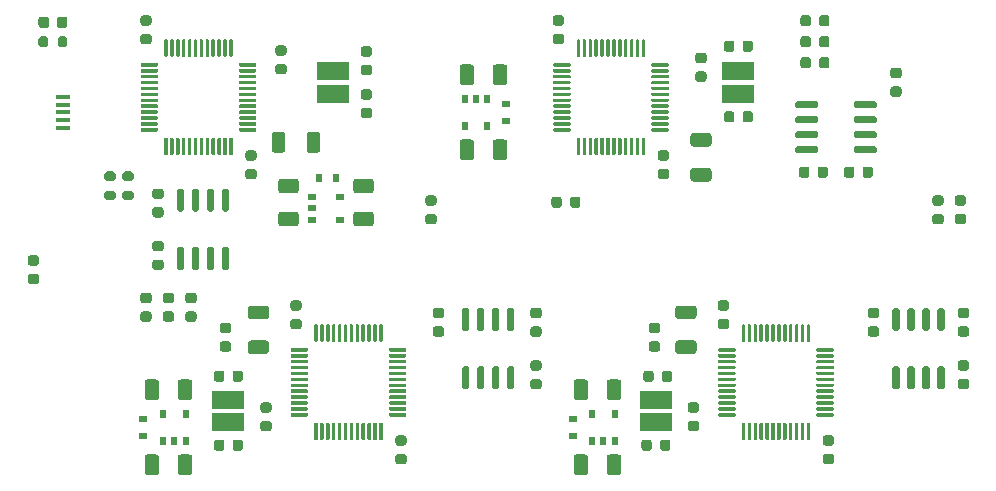
<source format=gbr>
G04 #@! TF.GenerationSoftware,KiCad,Pcbnew,(5.1.9)-1*
G04 #@! TF.CreationDate,2021-02-23T10:58:52+09:00*
G04 #@! TF.ProjectId,ramn,72616d6e-2e6b-4696-9361-645f70636258,rev?*
G04 #@! TF.SameCoordinates,Original*
G04 #@! TF.FileFunction,Paste,Top*
G04 #@! TF.FilePolarity,Positive*
%FSLAX46Y46*%
G04 Gerber Fmt 4.6, Leading zero omitted, Abs format (unit mm)*
G04 Created by KiCad (PCBNEW (5.1.9)-1) date 2021-02-23 10:58:52*
%MOMM*%
%LPD*%
G01*
G04 APERTURE LIST*
%ADD10R,0.700000X0.600000*%
%ADD11R,0.600000X0.700000*%
%ADD12R,2.700000X1.500000*%
%ADD13R,0.510000X0.700000*%
%ADD14R,0.700000X0.510000*%
%ADD15R,1.300000X0.450000*%
G04 APERTURE END LIST*
G36*
G01*
X45891000Y-53361000D02*
X45891000Y-52811000D01*
G75*
G02*
X46091000Y-52611000I200000J0D01*
G01*
X46491000Y-52611000D01*
G75*
G02*
X46691000Y-52811000I0J-200000D01*
G01*
X46691000Y-53361000D01*
G75*
G02*
X46491000Y-53561000I-200000J0D01*
G01*
X46091000Y-53561000D01*
G75*
G02*
X45891000Y-53361000I0J200000D01*
G01*
G37*
G36*
G01*
X44241000Y-53361000D02*
X44241000Y-52811000D01*
G75*
G02*
X44441000Y-52611000I200000J0D01*
G01*
X44841000Y-52611000D01*
G75*
G02*
X45041000Y-52811000I0J-200000D01*
G01*
X45041000Y-53361000D01*
G75*
G02*
X44841000Y-53561000I-200000J0D01*
G01*
X44441000Y-53561000D01*
G75*
G02*
X44241000Y-53361000I0J200000D01*
G01*
G37*
G36*
G01*
X45791000Y-51685000D02*
X45791000Y-51185000D01*
G75*
G02*
X46016000Y-50960000I225000J0D01*
G01*
X46466000Y-50960000D01*
G75*
G02*
X46691000Y-51185000I0J-225000D01*
G01*
X46691000Y-51685000D01*
G75*
G02*
X46466000Y-51910000I-225000J0D01*
G01*
X46016000Y-51910000D01*
G75*
G02*
X45791000Y-51685000I0J225000D01*
G01*
G37*
G36*
G01*
X44241000Y-51685000D02*
X44241000Y-51185000D01*
G75*
G02*
X44466000Y-50960000I225000J0D01*
G01*
X44916000Y-50960000D01*
G75*
G02*
X45141000Y-51185000I0J-225000D01*
G01*
X45141000Y-51685000D01*
G75*
G02*
X44916000Y-51910000I-225000J0D01*
G01*
X44466000Y-51910000D01*
G75*
G02*
X44241000Y-51685000I0J225000D01*
G01*
G37*
D10*
X83820000Y-58355000D03*
X83820000Y-59755000D03*
X89535000Y-86425000D03*
X89535000Y-85025000D03*
X53086000Y-86425000D03*
X53086000Y-85025000D03*
D11*
X68007000Y-64643000D03*
X69407000Y-64643000D03*
G36*
G01*
X99679999Y-63765000D02*
X100980001Y-63765000D01*
G75*
G02*
X101230000Y-64014999I0J-249999D01*
G01*
X101230000Y-64665001D01*
G75*
G02*
X100980001Y-64915000I-249999J0D01*
G01*
X99679999Y-64915000D01*
G75*
G02*
X99430000Y-64665001I0J249999D01*
G01*
X99430000Y-64014999D01*
G75*
G02*
X99679999Y-63765000I249999J0D01*
G01*
G37*
G36*
G01*
X99679999Y-60815000D02*
X100980001Y-60815000D01*
G75*
G02*
X101230000Y-61064999I0J-249999D01*
G01*
X101230000Y-61715001D01*
G75*
G02*
X100980001Y-61965000I-249999J0D01*
G01*
X99679999Y-61965000D01*
G75*
G02*
X99430000Y-61715001I0J249999D01*
G01*
X99430000Y-61064999D01*
G75*
G02*
X99679999Y-60815000I249999J0D01*
G01*
G37*
G36*
G01*
X99710001Y-76570000D02*
X98409999Y-76570000D01*
G75*
G02*
X98160000Y-76320001I0J249999D01*
G01*
X98160000Y-75669999D01*
G75*
G02*
X98409999Y-75420000I249999J0D01*
G01*
X99710001Y-75420000D01*
G75*
G02*
X99960000Y-75669999I0J-249999D01*
G01*
X99960000Y-76320001D01*
G75*
G02*
X99710001Y-76570000I-249999J0D01*
G01*
G37*
G36*
G01*
X99710001Y-79520000D02*
X98409999Y-79520000D01*
G75*
G02*
X98160000Y-79270001I0J249999D01*
G01*
X98160000Y-78619999D01*
G75*
G02*
X98409999Y-78370000I249999J0D01*
G01*
X99710001Y-78370000D01*
G75*
G02*
X99960000Y-78619999I0J-249999D01*
G01*
X99960000Y-79270001D01*
G75*
G02*
X99710001Y-79520000I-249999J0D01*
G01*
G37*
G36*
G01*
X63515001Y-76570000D02*
X62214999Y-76570000D01*
G75*
G02*
X61965000Y-76320001I0J249999D01*
G01*
X61965000Y-75669999D01*
G75*
G02*
X62214999Y-75420000I249999J0D01*
G01*
X63515001Y-75420000D01*
G75*
G02*
X63765000Y-75669999I0J-249999D01*
G01*
X63765000Y-76320001D01*
G75*
G02*
X63515001Y-76570000I-249999J0D01*
G01*
G37*
G36*
G01*
X63515001Y-79520000D02*
X62214999Y-79520000D01*
G75*
G02*
X61965000Y-79270001I0J249999D01*
G01*
X61965000Y-78619999D01*
G75*
G02*
X62214999Y-78370000I249999J0D01*
G01*
X63515001Y-78370000D01*
G75*
G02*
X63765000Y-78619999I0J-249999D01*
G01*
X63765000Y-79270001D01*
G75*
G02*
X63515001Y-79520000I-249999J0D01*
G01*
G37*
G36*
G01*
X66940000Y-62245001D02*
X66940000Y-60944999D01*
G75*
G02*
X67189999Y-60695000I249999J0D01*
G01*
X67840001Y-60695000D01*
G75*
G02*
X68090000Y-60944999I0J-249999D01*
G01*
X68090000Y-62245001D01*
G75*
G02*
X67840001Y-62495000I-249999J0D01*
G01*
X67189999Y-62495000D01*
G75*
G02*
X66940000Y-62245001I0J249999D01*
G01*
G37*
G36*
G01*
X63990000Y-62245001D02*
X63990000Y-60944999D01*
G75*
G02*
X64239999Y-60695000I249999J0D01*
G01*
X64890001Y-60695000D01*
G75*
G02*
X65140000Y-60944999I0J-249999D01*
G01*
X65140000Y-62245001D01*
G75*
G02*
X64890001Y-62495000I-249999J0D01*
G01*
X64239999Y-62495000D01*
G75*
G02*
X63990000Y-62245001I0J249999D01*
G01*
G37*
G36*
G01*
X50017000Y-64053000D02*
X50567000Y-64053000D01*
G75*
G02*
X50767000Y-64253000I0J-200000D01*
G01*
X50767000Y-64653000D01*
G75*
G02*
X50567000Y-64853000I-200000J0D01*
G01*
X50017000Y-64853000D01*
G75*
G02*
X49817000Y-64653000I0J200000D01*
G01*
X49817000Y-64253000D01*
G75*
G02*
X50017000Y-64053000I200000J0D01*
G01*
G37*
G36*
G01*
X50017000Y-65703000D02*
X50567000Y-65703000D01*
G75*
G02*
X50767000Y-65903000I0J-200000D01*
G01*
X50767000Y-66303000D01*
G75*
G02*
X50567000Y-66503000I-200000J0D01*
G01*
X50017000Y-66503000D01*
G75*
G02*
X49817000Y-66303000I0J200000D01*
G01*
X49817000Y-65903000D01*
G75*
G02*
X50017000Y-65703000I200000J0D01*
G01*
G37*
G36*
G01*
X52091000Y-66503000D02*
X51541000Y-66503000D01*
G75*
G02*
X51341000Y-66303000I0J200000D01*
G01*
X51341000Y-65903000D01*
G75*
G02*
X51541000Y-65703000I200000J0D01*
G01*
X52091000Y-65703000D01*
G75*
G02*
X52291000Y-65903000I0J-200000D01*
G01*
X52291000Y-66303000D01*
G75*
G02*
X52091000Y-66503000I-200000J0D01*
G01*
G37*
G36*
G01*
X52091000Y-64853000D02*
X51541000Y-64853000D01*
G75*
G02*
X51341000Y-64653000I0J200000D01*
G01*
X51341000Y-64253000D01*
G75*
G02*
X51541000Y-64053000I200000J0D01*
G01*
X52091000Y-64053000D01*
G75*
G02*
X52291000Y-64253000I0J-200000D01*
G01*
X52291000Y-64653000D01*
G75*
G02*
X52091000Y-64853000I-200000J0D01*
G01*
G37*
G36*
G01*
X77213750Y-67660000D02*
X77726250Y-67660000D01*
G75*
G02*
X77945000Y-67878750I0J-218750D01*
G01*
X77945000Y-68316250D01*
G75*
G02*
X77726250Y-68535000I-218750J0D01*
G01*
X77213750Y-68535000D01*
G75*
G02*
X76995000Y-68316250I0J218750D01*
G01*
X76995000Y-67878750D01*
G75*
G02*
X77213750Y-67660000I218750J0D01*
G01*
G37*
G36*
G01*
X77213750Y-66085000D02*
X77726250Y-66085000D01*
G75*
G02*
X77945000Y-66303750I0J-218750D01*
G01*
X77945000Y-66741250D01*
G75*
G02*
X77726250Y-66960000I-218750J0D01*
G01*
X77213750Y-66960000D01*
G75*
G02*
X76995000Y-66741250I0J218750D01*
G01*
X76995000Y-66303750D01*
G75*
G02*
X77213750Y-66085000I218750J0D01*
G01*
G37*
G36*
G01*
X96649250Y-77755000D02*
X96136750Y-77755000D01*
G75*
G02*
X95918000Y-77536250I0J218750D01*
G01*
X95918000Y-77098750D01*
G75*
G02*
X96136750Y-76880000I218750J0D01*
G01*
X96649250Y-76880000D01*
G75*
G02*
X96868000Y-77098750I0J-218750D01*
G01*
X96868000Y-77536250D01*
G75*
G02*
X96649250Y-77755000I-218750J0D01*
G01*
G37*
G36*
G01*
X96649250Y-79330000D02*
X96136750Y-79330000D01*
G75*
G02*
X95918000Y-79111250I0J218750D01*
G01*
X95918000Y-78673750D01*
G75*
G02*
X96136750Y-78455000I218750J0D01*
G01*
X96649250Y-78455000D01*
G75*
G02*
X96868000Y-78673750I0J-218750D01*
G01*
X96868000Y-79111250D01*
G75*
G02*
X96649250Y-79330000I-218750J0D01*
G01*
G37*
G36*
G01*
X60327250Y-79330000D02*
X59814750Y-79330000D01*
G75*
G02*
X59596000Y-79111250I0J218750D01*
G01*
X59596000Y-78673750D01*
G75*
G02*
X59814750Y-78455000I218750J0D01*
G01*
X60327250Y-78455000D01*
G75*
G02*
X60546000Y-78673750I0J-218750D01*
G01*
X60546000Y-79111250D01*
G75*
G02*
X60327250Y-79330000I-218750J0D01*
G01*
G37*
G36*
G01*
X60327250Y-77755000D02*
X59814750Y-77755000D01*
G75*
G02*
X59596000Y-77536250I0J218750D01*
G01*
X59596000Y-77098750D01*
G75*
G02*
X59814750Y-76880000I218750J0D01*
G01*
X60327250Y-76880000D01*
G75*
G02*
X60546000Y-77098750I0J-218750D01*
G01*
X60546000Y-77536250D01*
G75*
G02*
X60327250Y-77755000I-218750J0D01*
G01*
G37*
G36*
G01*
X74673750Y-87980000D02*
X75186250Y-87980000D01*
G75*
G02*
X75405000Y-88198750I0J-218750D01*
G01*
X75405000Y-88636250D01*
G75*
G02*
X75186250Y-88855000I-218750J0D01*
G01*
X74673750Y-88855000D01*
G75*
G02*
X74455000Y-88636250I0J218750D01*
G01*
X74455000Y-88198750D01*
G75*
G02*
X74673750Y-87980000I218750J0D01*
G01*
G37*
G36*
G01*
X74673750Y-86405000D02*
X75186250Y-86405000D01*
G75*
G02*
X75405000Y-86623750I0J-218750D01*
G01*
X75405000Y-87061250D01*
G75*
G02*
X75186250Y-87280000I-218750J0D01*
G01*
X74673750Y-87280000D01*
G75*
G02*
X74455000Y-87061250I0J218750D01*
G01*
X74455000Y-86623750D01*
G75*
G02*
X74673750Y-86405000I218750J0D01*
G01*
G37*
G36*
G01*
X65585000Y-79240000D02*
X65585000Y-79090000D01*
G75*
G02*
X65660000Y-79015000I75000J0D01*
G01*
X66985000Y-79015000D01*
G75*
G02*
X67060000Y-79090000I0J-75000D01*
G01*
X67060000Y-79240000D01*
G75*
G02*
X66985000Y-79315000I-75000J0D01*
G01*
X65660000Y-79315000D01*
G75*
G02*
X65585000Y-79240000I0J75000D01*
G01*
G37*
G36*
G01*
X65585000Y-79740000D02*
X65585000Y-79590000D01*
G75*
G02*
X65660000Y-79515000I75000J0D01*
G01*
X66985000Y-79515000D01*
G75*
G02*
X67060000Y-79590000I0J-75000D01*
G01*
X67060000Y-79740000D01*
G75*
G02*
X66985000Y-79815000I-75000J0D01*
G01*
X65660000Y-79815000D01*
G75*
G02*
X65585000Y-79740000I0J75000D01*
G01*
G37*
G36*
G01*
X65585000Y-80240000D02*
X65585000Y-80090000D01*
G75*
G02*
X65660000Y-80015000I75000J0D01*
G01*
X66985000Y-80015000D01*
G75*
G02*
X67060000Y-80090000I0J-75000D01*
G01*
X67060000Y-80240000D01*
G75*
G02*
X66985000Y-80315000I-75000J0D01*
G01*
X65660000Y-80315000D01*
G75*
G02*
X65585000Y-80240000I0J75000D01*
G01*
G37*
G36*
G01*
X65585000Y-80740000D02*
X65585000Y-80590000D01*
G75*
G02*
X65660000Y-80515000I75000J0D01*
G01*
X66985000Y-80515000D01*
G75*
G02*
X67060000Y-80590000I0J-75000D01*
G01*
X67060000Y-80740000D01*
G75*
G02*
X66985000Y-80815000I-75000J0D01*
G01*
X65660000Y-80815000D01*
G75*
G02*
X65585000Y-80740000I0J75000D01*
G01*
G37*
G36*
G01*
X65585000Y-81240000D02*
X65585000Y-81090000D01*
G75*
G02*
X65660000Y-81015000I75000J0D01*
G01*
X66985000Y-81015000D01*
G75*
G02*
X67060000Y-81090000I0J-75000D01*
G01*
X67060000Y-81240000D01*
G75*
G02*
X66985000Y-81315000I-75000J0D01*
G01*
X65660000Y-81315000D01*
G75*
G02*
X65585000Y-81240000I0J75000D01*
G01*
G37*
G36*
G01*
X65585000Y-81740000D02*
X65585000Y-81590000D01*
G75*
G02*
X65660000Y-81515000I75000J0D01*
G01*
X66985000Y-81515000D01*
G75*
G02*
X67060000Y-81590000I0J-75000D01*
G01*
X67060000Y-81740000D01*
G75*
G02*
X66985000Y-81815000I-75000J0D01*
G01*
X65660000Y-81815000D01*
G75*
G02*
X65585000Y-81740000I0J75000D01*
G01*
G37*
G36*
G01*
X65585000Y-82240000D02*
X65585000Y-82090000D01*
G75*
G02*
X65660000Y-82015000I75000J0D01*
G01*
X66985000Y-82015000D01*
G75*
G02*
X67060000Y-82090000I0J-75000D01*
G01*
X67060000Y-82240000D01*
G75*
G02*
X66985000Y-82315000I-75000J0D01*
G01*
X65660000Y-82315000D01*
G75*
G02*
X65585000Y-82240000I0J75000D01*
G01*
G37*
G36*
G01*
X65585000Y-82740000D02*
X65585000Y-82590000D01*
G75*
G02*
X65660000Y-82515000I75000J0D01*
G01*
X66985000Y-82515000D01*
G75*
G02*
X67060000Y-82590000I0J-75000D01*
G01*
X67060000Y-82740000D01*
G75*
G02*
X66985000Y-82815000I-75000J0D01*
G01*
X65660000Y-82815000D01*
G75*
G02*
X65585000Y-82740000I0J75000D01*
G01*
G37*
G36*
G01*
X65585000Y-83240000D02*
X65585000Y-83090000D01*
G75*
G02*
X65660000Y-83015000I75000J0D01*
G01*
X66985000Y-83015000D01*
G75*
G02*
X67060000Y-83090000I0J-75000D01*
G01*
X67060000Y-83240000D01*
G75*
G02*
X66985000Y-83315000I-75000J0D01*
G01*
X65660000Y-83315000D01*
G75*
G02*
X65585000Y-83240000I0J75000D01*
G01*
G37*
G36*
G01*
X65585000Y-83740000D02*
X65585000Y-83590000D01*
G75*
G02*
X65660000Y-83515000I75000J0D01*
G01*
X66985000Y-83515000D01*
G75*
G02*
X67060000Y-83590000I0J-75000D01*
G01*
X67060000Y-83740000D01*
G75*
G02*
X66985000Y-83815000I-75000J0D01*
G01*
X65660000Y-83815000D01*
G75*
G02*
X65585000Y-83740000I0J75000D01*
G01*
G37*
G36*
G01*
X65585000Y-84240000D02*
X65585000Y-84090000D01*
G75*
G02*
X65660000Y-84015000I75000J0D01*
G01*
X66985000Y-84015000D01*
G75*
G02*
X67060000Y-84090000I0J-75000D01*
G01*
X67060000Y-84240000D01*
G75*
G02*
X66985000Y-84315000I-75000J0D01*
G01*
X65660000Y-84315000D01*
G75*
G02*
X65585000Y-84240000I0J75000D01*
G01*
G37*
G36*
G01*
X65585000Y-84740000D02*
X65585000Y-84590000D01*
G75*
G02*
X65660000Y-84515000I75000J0D01*
G01*
X66985000Y-84515000D01*
G75*
G02*
X67060000Y-84590000I0J-75000D01*
G01*
X67060000Y-84740000D01*
G75*
G02*
X66985000Y-84815000I-75000J0D01*
G01*
X65660000Y-84815000D01*
G75*
G02*
X65585000Y-84740000I0J75000D01*
G01*
G37*
G36*
G01*
X67585000Y-86740000D02*
X67585000Y-85415000D01*
G75*
G02*
X67660000Y-85340000I75000J0D01*
G01*
X67810000Y-85340000D01*
G75*
G02*
X67885000Y-85415000I0J-75000D01*
G01*
X67885000Y-86740000D01*
G75*
G02*
X67810000Y-86815000I-75000J0D01*
G01*
X67660000Y-86815000D01*
G75*
G02*
X67585000Y-86740000I0J75000D01*
G01*
G37*
G36*
G01*
X68085000Y-86740000D02*
X68085000Y-85415000D01*
G75*
G02*
X68160000Y-85340000I75000J0D01*
G01*
X68310000Y-85340000D01*
G75*
G02*
X68385000Y-85415000I0J-75000D01*
G01*
X68385000Y-86740000D01*
G75*
G02*
X68310000Y-86815000I-75000J0D01*
G01*
X68160000Y-86815000D01*
G75*
G02*
X68085000Y-86740000I0J75000D01*
G01*
G37*
G36*
G01*
X68585000Y-86740000D02*
X68585000Y-85415000D01*
G75*
G02*
X68660000Y-85340000I75000J0D01*
G01*
X68810000Y-85340000D01*
G75*
G02*
X68885000Y-85415000I0J-75000D01*
G01*
X68885000Y-86740000D01*
G75*
G02*
X68810000Y-86815000I-75000J0D01*
G01*
X68660000Y-86815000D01*
G75*
G02*
X68585000Y-86740000I0J75000D01*
G01*
G37*
G36*
G01*
X69085000Y-86740000D02*
X69085000Y-85415000D01*
G75*
G02*
X69160000Y-85340000I75000J0D01*
G01*
X69310000Y-85340000D01*
G75*
G02*
X69385000Y-85415000I0J-75000D01*
G01*
X69385000Y-86740000D01*
G75*
G02*
X69310000Y-86815000I-75000J0D01*
G01*
X69160000Y-86815000D01*
G75*
G02*
X69085000Y-86740000I0J75000D01*
G01*
G37*
G36*
G01*
X69585000Y-86740000D02*
X69585000Y-85415000D01*
G75*
G02*
X69660000Y-85340000I75000J0D01*
G01*
X69810000Y-85340000D01*
G75*
G02*
X69885000Y-85415000I0J-75000D01*
G01*
X69885000Y-86740000D01*
G75*
G02*
X69810000Y-86815000I-75000J0D01*
G01*
X69660000Y-86815000D01*
G75*
G02*
X69585000Y-86740000I0J75000D01*
G01*
G37*
G36*
G01*
X70085000Y-86740000D02*
X70085000Y-85415000D01*
G75*
G02*
X70160000Y-85340000I75000J0D01*
G01*
X70310000Y-85340000D01*
G75*
G02*
X70385000Y-85415000I0J-75000D01*
G01*
X70385000Y-86740000D01*
G75*
G02*
X70310000Y-86815000I-75000J0D01*
G01*
X70160000Y-86815000D01*
G75*
G02*
X70085000Y-86740000I0J75000D01*
G01*
G37*
G36*
G01*
X70585000Y-86740000D02*
X70585000Y-85415000D01*
G75*
G02*
X70660000Y-85340000I75000J0D01*
G01*
X70810000Y-85340000D01*
G75*
G02*
X70885000Y-85415000I0J-75000D01*
G01*
X70885000Y-86740000D01*
G75*
G02*
X70810000Y-86815000I-75000J0D01*
G01*
X70660000Y-86815000D01*
G75*
G02*
X70585000Y-86740000I0J75000D01*
G01*
G37*
G36*
G01*
X71085000Y-86740000D02*
X71085000Y-85415000D01*
G75*
G02*
X71160000Y-85340000I75000J0D01*
G01*
X71310000Y-85340000D01*
G75*
G02*
X71385000Y-85415000I0J-75000D01*
G01*
X71385000Y-86740000D01*
G75*
G02*
X71310000Y-86815000I-75000J0D01*
G01*
X71160000Y-86815000D01*
G75*
G02*
X71085000Y-86740000I0J75000D01*
G01*
G37*
G36*
G01*
X71585000Y-86740000D02*
X71585000Y-85415000D01*
G75*
G02*
X71660000Y-85340000I75000J0D01*
G01*
X71810000Y-85340000D01*
G75*
G02*
X71885000Y-85415000I0J-75000D01*
G01*
X71885000Y-86740000D01*
G75*
G02*
X71810000Y-86815000I-75000J0D01*
G01*
X71660000Y-86815000D01*
G75*
G02*
X71585000Y-86740000I0J75000D01*
G01*
G37*
G36*
G01*
X72085000Y-86740000D02*
X72085000Y-85415000D01*
G75*
G02*
X72160000Y-85340000I75000J0D01*
G01*
X72310000Y-85340000D01*
G75*
G02*
X72385000Y-85415000I0J-75000D01*
G01*
X72385000Y-86740000D01*
G75*
G02*
X72310000Y-86815000I-75000J0D01*
G01*
X72160000Y-86815000D01*
G75*
G02*
X72085000Y-86740000I0J75000D01*
G01*
G37*
G36*
G01*
X72585000Y-86740000D02*
X72585000Y-85415000D01*
G75*
G02*
X72660000Y-85340000I75000J0D01*
G01*
X72810000Y-85340000D01*
G75*
G02*
X72885000Y-85415000I0J-75000D01*
G01*
X72885000Y-86740000D01*
G75*
G02*
X72810000Y-86815000I-75000J0D01*
G01*
X72660000Y-86815000D01*
G75*
G02*
X72585000Y-86740000I0J75000D01*
G01*
G37*
G36*
G01*
X73085000Y-86740000D02*
X73085000Y-85415000D01*
G75*
G02*
X73160000Y-85340000I75000J0D01*
G01*
X73310000Y-85340000D01*
G75*
G02*
X73385000Y-85415000I0J-75000D01*
G01*
X73385000Y-86740000D01*
G75*
G02*
X73310000Y-86815000I-75000J0D01*
G01*
X73160000Y-86815000D01*
G75*
G02*
X73085000Y-86740000I0J75000D01*
G01*
G37*
G36*
G01*
X73910000Y-84740000D02*
X73910000Y-84590000D01*
G75*
G02*
X73985000Y-84515000I75000J0D01*
G01*
X75310000Y-84515000D01*
G75*
G02*
X75385000Y-84590000I0J-75000D01*
G01*
X75385000Y-84740000D01*
G75*
G02*
X75310000Y-84815000I-75000J0D01*
G01*
X73985000Y-84815000D01*
G75*
G02*
X73910000Y-84740000I0J75000D01*
G01*
G37*
G36*
G01*
X73910000Y-84240000D02*
X73910000Y-84090000D01*
G75*
G02*
X73985000Y-84015000I75000J0D01*
G01*
X75310000Y-84015000D01*
G75*
G02*
X75385000Y-84090000I0J-75000D01*
G01*
X75385000Y-84240000D01*
G75*
G02*
X75310000Y-84315000I-75000J0D01*
G01*
X73985000Y-84315000D01*
G75*
G02*
X73910000Y-84240000I0J75000D01*
G01*
G37*
G36*
G01*
X73910000Y-83740000D02*
X73910000Y-83590000D01*
G75*
G02*
X73985000Y-83515000I75000J0D01*
G01*
X75310000Y-83515000D01*
G75*
G02*
X75385000Y-83590000I0J-75000D01*
G01*
X75385000Y-83740000D01*
G75*
G02*
X75310000Y-83815000I-75000J0D01*
G01*
X73985000Y-83815000D01*
G75*
G02*
X73910000Y-83740000I0J75000D01*
G01*
G37*
G36*
G01*
X73910000Y-83240000D02*
X73910000Y-83090000D01*
G75*
G02*
X73985000Y-83015000I75000J0D01*
G01*
X75310000Y-83015000D01*
G75*
G02*
X75385000Y-83090000I0J-75000D01*
G01*
X75385000Y-83240000D01*
G75*
G02*
X75310000Y-83315000I-75000J0D01*
G01*
X73985000Y-83315000D01*
G75*
G02*
X73910000Y-83240000I0J75000D01*
G01*
G37*
G36*
G01*
X73910000Y-82740000D02*
X73910000Y-82590000D01*
G75*
G02*
X73985000Y-82515000I75000J0D01*
G01*
X75310000Y-82515000D01*
G75*
G02*
X75385000Y-82590000I0J-75000D01*
G01*
X75385000Y-82740000D01*
G75*
G02*
X75310000Y-82815000I-75000J0D01*
G01*
X73985000Y-82815000D01*
G75*
G02*
X73910000Y-82740000I0J75000D01*
G01*
G37*
G36*
G01*
X73910000Y-82240000D02*
X73910000Y-82090000D01*
G75*
G02*
X73985000Y-82015000I75000J0D01*
G01*
X75310000Y-82015000D01*
G75*
G02*
X75385000Y-82090000I0J-75000D01*
G01*
X75385000Y-82240000D01*
G75*
G02*
X75310000Y-82315000I-75000J0D01*
G01*
X73985000Y-82315000D01*
G75*
G02*
X73910000Y-82240000I0J75000D01*
G01*
G37*
G36*
G01*
X73910000Y-81740000D02*
X73910000Y-81590000D01*
G75*
G02*
X73985000Y-81515000I75000J0D01*
G01*
X75310000Y-81515000D01*
G75*
G02*
X75385000Y-81590000I0J-75000D01*
G01*
X75385000Y-81740000D01*
G75*
G02*
X75310000Y-81815000I-75000J0D01*
G01*
X73985000Y-81815000D01*
G75*
G02*
X73910000Y-81740000I0J75000D01*
G01*
G37*
G36*
G01*
X73910000Y-81240000D02*
X73910000Y-81090000D01*
G75*
G02*
X73985000Y-81015000I75000J0D01*
G01*
X75310000Y-81015000D01*
G75*
G02*
X75385000Y-81090000I0J-75000D01*
G01*
X75385000Y-81240000D01*
G75*
G02*
X75310000Y-81315000I-75000J0D01*
G01*
X73985000Y-81315000D01*
G75*
G02*
X73910000Y-81240000I0J75000D01*
G01*
G37*
G36*
G01*
X73910000Y-80740000D02*
X73910000Y-80590000D01*
G75*
G02*
X73985000Y-80515000I75000J0D01*
G01*
X75310000Y-80515000D01*
G75*
G02*
X75385000Y-80590000I0J-75000D01*
G01*
X75385000Y-80740000D01*
G75*
G02*
X75310000Y-80815000I-75000J0D01*
G01*
X73985000Y-80815000D01*
G75*
G02*
X73910000Y-80740000I0J75000D01*
G01*
G37*
G36*
G01*
X73910000Y-80240000D02*
X73910000Y-80090000D01*
G75*
G02*
X73985000Y-80015000I75000J0D01*
G01*
X75310000Y-80015000D01*
G75*
G02*
X75385000Y-80090000I0J-75000D01*
G01*
X75385000Y-80240000D01*
G75*
G02*
X75310000Y-80315000I-75000J0D01*
G01*
X73985000Y-80315000D01*
G75*
G02*
X73910000Y-80240000I0J75000D01*
G01*
G37*
G36*
G01*
X73910000Y-79740000D02*
X73910000Y-79590000D01*
G75*
G02*
X73985000Y-79515000I75000J0D01*
G01*
X75310000Y-79515000D01*
G75*
G02*
X75385000Y-79590000I0J-75000D01*
G01*
X75385000Y-79740000D01*
G75*
G02*
X75310000Y-79815000I-75000J0D01*
G01*
X73985000Y-79815000D01*
G75*
G02*
X73910000Y-79740000I0J75000D01*
G01*
G37*
G36*
G01*
X73910000Y-79240000D02*
X73910000Y-79090000D01*
G75*
G02*
X73985000Y-79015000I75000J0D01*
G01*
X75310000Y-79015000D01*
G75*
G02*
X75385000Y-79090000I0J-75000D01*
G01*
X75385000Y-79240000D01*
G75*
G02*
X75310000Y-79315000I-75000J0D01*
G01*
X73985000Y-79315000D01*
G75*
G02*
X73910000Y-79240000I0J75000D01*
G01*
G37*
G36*
G01*
X73085000Y-78415000D02*
X73085000Y-77090000D01*
G75*
G02*
X73160000Y-77015000I75000J0D01*
G01*
X73310000Y-77015000D01*
G75*
G02*
X73385000Y-77090000I0J-75000D01*
G01*
X73385000Y-78415000D01*
G75*
G02*
X73310000Y-78490000I-75000J0D01*
G01*
X73160000Y-78490000D01*
G75*
G02*
X73085000Y-78415000I0J75000D01*
G01*
G37*
G36*
G01*
X72585000Y-78415000D02*
X72585000Y-77090000D01*
G75*
G02*
X72660000Y-77015000I75000J0D01*
G01*
X72810000Y-77015000D01*
G75*
G02*
X72885000Y-77090000I0J-75000D01*
G01*
X72885000Y-78415000D01*
G75*
G02*
X72810000Y-78490000I-75000J0D01*
G01*
X72660000Y-78490000D01*
G75*
G02*
X72585000Y-78415000I0J75000D01*
G01*
G37*
G36*
G01*
X72085000Y-78415000D02*
X72085000Y-77090000D01*
G75*
G02*
X72160000Y-77015000I75000J0D01*
G01*
X72310000Y-77015000D01*
G75*
G02*
X72385000Y-77090000I0J-75000D01*
G01*
X72385000Y-78415000D01*
G75*
G02*
X72310000Y-78490000I-75000J0D01*
G01*
X72160000Y-78490000D01*
G75*
G02*
X72085000Y-78415000I0J75000D01*
G01*
G37*
G36*
G01*
X71585000Y-78415000D02*
X71585000Y-77090000D01*
G75*
G02*
X71660000Y-77015000I75000J0D01*
G01*
X71810000Y-77015000D01*
G75*
G02*
X71885000Y-77090000I0J-75000D01*
G01*
X71885000Y-78415000D01*
G75*
G02*
X71810000Y-78490000I-75000J0D01*
G01*
X71660000Y-78490000D01*
G75*
G02*
X71585000Y-78415000I0J75000D01*
G01*
G37*
G36*
G01*
X71085000Y-78415000D02*
X71085000Y-77090000D01*
G75*
G02*
X71160000Y-77015000I75000J0D01*
G01*
X71310000Y-77015000D01*
G75*
G02*
X71385000Y-77090000I0J-75000D01*
G01*
X71385000Y-78415000D01*
G75*
G02*
X71310000Y-78490000I-75000J0D01*
G01*
X71160000Y-78490000D01*
G75*
G02*
X71085000Y-78415000I0J75000D01*
G01*
G37*
G36*
G01*
X70585000Y-78415000D02*
X70585000Y-77090000D01*
G75*
G02*
X70660000Y-77015000I75000J0D01*
G01*
X70810000Y-77015000D01*
G75*
G02*
X70885000Y-77090000I0J-75000D01*
G01*
X70885000Y-78415000D01*
G75*
G02*
X70810000Y-78490000I-75000J0D01*
G01*
X70660000Y-78490000D01*
G75*
G02*
X70585000Y-78415000I0J75000D01*
G01*
G37*
G36*
G01*
X70085000Y-78415000D02*
X70085000Y-77090000D01*
G75*
G02*
X70160000Y-77015000I75000J0D01*
G01*
X70310000Y-77015000D01*
G75*
G02*
X70385000Y-77090000I0J-75000D01*
G01*
X70385000Y-78415000D01*
G75*
G02*
X70310000Y-78490000I-75000J0D01*
G01*
X70160000Y-78490000D01*
G75*
G02*
X70085000Y-78415000I0J75000D01*
G01*
G37*
G36*
G01*
X69585000Y-78415000D02*
X69585000Y-77090000D01*
G75*
G02*
X69660000Y-77015000I75000J0D01*
G01*
X69810000Y-77015000D01*
G75*
G02*
X69885000Y-77090000I0J-75000D01*
G01*
X69885000Y-78415000D01*
G75*
G02*
X69810000Y-78490000I-75000J0D01*
G01*
X69660000Y-78490000D01*
G75*
G02*
X69585000Y-78415000I0J75000D01*
G01*
G37*
G36*
G01*
X69085000Y-78415000D02*
X69085000Y-77090000D01*
G75*
G02*
X69160000Y-77015000I75000J0D01*
G01*
X69310000Y-77015000D01*
G75*
G02*
X69385000Y-77090000I0J-75000D01*
G01*
X69385000Y-78415000D01*
G75*
G02*
X69310000Y-78490000I-75000J0D01*
G01*
X69160000Y-78490000D01*
G75*
G02*
X69085000Y-78415000I0J75000D01*
G01*
G37*
G36*
G01*
X68585000Y-78415000D02*
X68585000Y-77090000D01*
G75*
G02*
X68660000Y-77015000I75000J0D01*
G01*
X68810000Y-77015000D01*
G75*
G02*
X68885000Y-77090000I0J-75000D01*
G01*
X68885000Y-78415000D01*
G75*
G02*
X68810000Y-78490000I-75000J0D01*
G01*
X68660000Y-78490000D01*
G75*
G02*
X68585000Y-78415000I0J75000D01*
G01*
G37*
G36*
G01*
X68085000Y-78415000D02*
X68085000Y-77090000D01*
G75*
G02*
X68160000Y-77015000I75000J0D01*
G01*
X68310000Y-77015000D01*
G75*
G02*
X68385000Y-77090000I0J-75000D01*
G01*
X68385000Y-78415000D01*
G75*
G02*
X68310000Y-78490000I-75000J0D01*
G01*
X68160000Y-78490000D01*
G75*
G02*
X68085000Y-78415000I0J75000D01*
G01*
G37*
G36*
G01*
X67585000Y-78415000D02*
X67585000Y-77090000D01*
G75*
G02*
X67660000Y-77015000I75000J0D01*
G01*
X67810000Y-77015000D01*
G75*
G02*
X67885000Y-77090000I0J-75000D01*
G01*
X67885000Y-78415000D01*
G75*
G02*
X67810000Y-78490000I-75000J0D01*
G01*
X67660000Y-78490000D01*
G75*
G02*
X67585000Y-78415000I0J75000D01*
G01*
G37*
D12*
X103505000Y-57465000D03*
X103505000Y-55565000D03*
X96520000Y-83378000D03*
X96520000Y-85278000D03*
X60325000Y-85278000D03*
X60325000Y-83378000D03*
X69215000Y-55565000D03*
X69215000Y-57465000D03*
G36*
G01*
X103780000Y-78415000D02*
X103780000Y-77090000D01*
G75*
G02*
X103855000Y-77015000I75000J0D01*
G01*
X104005000Y-77015000D01*
G75*
G02*
X104080000Y-77090000I0J-75000D01*
G01*
X104080000Y-78415000D01*
G75*
G02*
X104005000Y-78490000I-75000J0D01*
G01*
X103855000Y-78490000D01*
G75*
G02*
X103780000Y-78415000I0J75000D01*
G01*
G37*
G36*
G01*
X104280000Y-78415000D02*
X104280000Y-77090000D01*
G75*
G02*
X104355000Y-77015000I75000J0D01*
G01*
X104505000Y-77015000D01*
G75*
G02*
X104580000Y-77090000I0J-75000D01*
G01*
X104580000Y-78415000D01*
G75*
G02*
X104505000Y-78490000I-75000J0D01*
G01*
X104355000Y-78490000D01*
G75*
G02*
X104280000Y-78415000I0J75000D01*
G01*
G37*
G36*
G01*
X104780000Y-78415000D02*
X104780000Y-77090000D01*
G75*
G02*
X104855000Y-77015000I75000J0D01*
G01*
X105005000Y-77015000D01*
G75*
G02*
X105080000Y-77090000I0J-75000D01*
G01*
X105080000Y-78415000D01*
G75*
G02*
X105005000Y-78490000I-75000J0D01*
G01*
X104855000Y-78490000D01*
G75*
G02*
X104780000Y-78415000I0J75000D01*
G01*
G37*
G36*
G01*
X105280000Y-78415000D02*
X105280000Y-77090000D01*
G75*
G02*
X105355000Y-77015000I75000J0D01*
G01*
X105505000Y-77015000D01*
G75*
G02*
X105580000Y-77090000I0J-75000D01*
G01*
X105580000Y-78415000D01*
G75*
G02*
X105505000Y-78490000I-75000J0D01*
G01*
X105355000Y-78490000D01*
G75*
G02*
X105280000Y-78415000I0J75000D01*
G01*
G37*
G36*
G01*
X105780000Y-78415000D02*
X105780000Y-77090000D01*
G75*
G02*
X105855000Y-77015000I75000J0D01*
G01*
X106005000Y-77015000D01*
G75*
G02*
X106080000Y-77090000I0J-75000D01*
G01*
X106080000Y-78415000D01*
G75*
G02*
X106005000Y-78490000I-75000J0D01*
G01*
X105855000Y-78490000D01*
G75*
G02*
X105780000Y-78415000I0J75000D01*
G01*
G37*
G36*
G01*
X106280000Y-78415000D02*
X106280000Y-77090000D01*
G75*
G02*
X106355000Y-77015000I75000J0D01*
G01*
X106505000Y-77015000D01*
G75*
G02*
X106580000Y-77090000I0J-75000D01*
G01*
X106580000Y-78415000D01*
G75*
G02*
X106505000Y-78490000I-75000J0D01*
G01*
X106355000Y-78490000D01*
G75*
G02*
X106280000Y-78415000I0J75000D01*
G01*
G37*
G36*
G01*
X106780000Y-78415000D02*
X106780000Y-77090000D01*
G75*
G02*
X106855000Y-77015000I75000J0D01*
G01*
X107005000Y-77015000D01*
G75*
G02*
X107080000Y-77090000I0J-75000D01*
G01*
X107080000Y-78415000D01*
G75*
G02*
X107005000Y-78490000I-75000J0D01*
G01*
X106855000Y-78490000D01*
G75*
G02*
X106780000Y-78415000I0J75000D01*
G01*
G37*
G36*
G01*
X107280000Y-78415000D02*
X107280000Y-77090000D01*
G75*
G02*
X107355000Y-77015000I75000J0D01*
G01*
X107505000Y-77015000D01*
G75*
G02*
X107580000Y-77090000I0J-75000D01*
G01*
X107580000Y-78415000D01*
G75*
G02*
X107505000Y-78490000I-75000J0D01*
G01*
X107355000Y-78490000D01*
G75*
G02*
X107280000Y-78415000I0J75000D01*
G01*
G37*
G36*
G01*
X107780000Y-78415000D02*
X107780000Y-77090000D01*
G75*
G02*
X107855000Y-77015000I75000J0D01*
G01*
X108005000Y-77015000D01*
G75*
G02*
X108080000Y-77090000I0J-75000D01*
G01*
X108080000Y-78415000D01*
G75*
G02*
X108005000Y-78490000I-75000J0D01*
G01*
X107855000Y-78490000D01*
G75*
G02*
X107780000Y-78415000I0J75000D01*
G01*
G37*
G36*
G01*
X108280000Y-78415000D02*
X108280000Y-77090000D01*
G75*
G02*
X108355000Y-77015000I75000J0D01*
G01*
X108505000Y-77015000D01*
G75*
G02*
X108580000Y-77090000I0J-75000D01*
G01*
X108580000Y-78415000D01*
G75*
G02*
X108505000Y-78490000I-75000J0D01*
G01*
X108355000Y-78490000D01*
G75*
G02*
X108280000Y-78415000I0J75000D01*
G01*
G37*
G36*
G01*
X108780000Y-78415000D02*
X108780000Y-77090000D01*
G75*
G02*
X108855000Y-77015000I75000J0D01*
G01*
X109005000Y-77015000D01*
G75*
G02*
X109080000Y-77090000I0J-75000D01*
G01*
X109080000Y-78415000D01*
G75*
G02*
X109005000Y-78490000I-75000J0D01*
G01*
X108855000Y-78490000D01*
G75*
G02*
X108780000Y-78415000I0J75000D01*
G01*
G37*
G36*
G01*
X109280000Y-78415000D02*
X109280000Y-77090000D01*
G75*
G02*
X109355000Y-77015000I75000J0D01*
G01*
X109505000Y-77015000D01*
G75*
G02*
X109580000Y-77090000I0J-75000D01*
G01*
X109580000Y-78415000D01*
G75*
G02*
X109505000Y-78490000I-75000J0D01*
G01*
X109355000Y-78490000D01*
G75*
G02*
X109280000Y-78415000I0J75000D01*
G01*
G37*
G36*
G01*
X110105000Y-79240000D02*
X110105000Y-79090000D01*
G75*
G02*
X110180000Y-79015000I75000J0D01*
G01*
X111505000Y-79015000D01*
G75*
G02*
X111580000Y-79090000I0J-75000D01*
G01*
X111580000Y-79240000D01*
G75*
G02*
X111505000Y-79315000I-75000J0D01*
G01*
X110180000Y-79315000D01*
G75*
G02*
X110105000Y-79240000I0J75000D01*
G01*
G37*
G36*
G01*
X110105000Y-79740000D02*
X110105000Y-79590000D01*
G75*
G02*
X110180000Y-79515000I75000J0D01*
G01*
X111505000Y-79515000D01*
G75*
G02*
X111580000Y-79590000I0J-75000D01*
G01*
X111580000Y-79740000D01*
G75*
G02*
X111505000Y-79815000I-75000J0D01*
G01*
X110180000Y-79815000D01*
G75*
G02*
X110105000Y-79740000I0J75000D01*
G01*
G37*
G36*
G01*
X110105000Y-80240000D02*
X110105000Y-80090000D01*
G75*
G02*
X110180000Y-80015000I75000J0D01*
G01*
X111505000Y-80015000D01*
G75*
G02*
X111580000Y-80090000I0J-75000D01*
G01*
X111580000Y-80240000D01*
G75*
G02*
X111505000Y-80315000I-75000J0D01*
G01*
X110180000Y-80315000D01*
G75*
G02*
X110105000Y-80240000I0J75000D01*
G01*
G37*
G36*
G01*
X110105000Y-80740000D02*
X110105000Y-80590000D01*
G75*
G02*
X110180000Y-80515000I75000J0D01*
G01*
X111505000Y-80515000D01*
G75*
G02*
X111580000Y-80590000I0J-75000D01*
G01*
X111580000Y-80740000D01*
G75*
G02*
X111505000Y-80815000I-75000J0D01*
G01*
X110180000Y-80815000D01*
G75*
G02*
X110105000Y-80740000I0J75000D01*
G01*
G37*
G36*
G01*
X110105000Y-81240000D02*
X110105000Y-81090000D01*
G75*
G02*
X110180000Y-81015000I75000J0D01*
G01*
X111505000Y-81015000D01*
G75*
G02*
X111580000Y-81090000I0J-75000D01*
G01*
X111580000Y-81240000D01*
G75*
G02*
X111505000Y-81315000I-75000J0D01*
G01*
X110180000Y-81315000D01*
G75*
G02*
X110105000Y-81240000I0J75000D01*
G01*
G37*
G36*
G01*
X110105000Y-81740000D02*
X110105000Y-81590000D01*
G75*
G02*
X110180000Y-81515000I75000J0D01*
G01*
X111505000Y-81515000D01*
G75*
G02*
X111580000Y-81590000I0J-75000D01*
G01*
X111580000Y-81740000D01*
G75*
G02*
X111505000Y-81815000I-75000J0D01*
G01*
X110180000Y-81815000D01*
G75*
G02*
X110105000Y-81740000I0J75000D01*
G01*
G37*
G36*
G01*
X110105000Y-82240000D02*
X110105000Y-82090000D01*
G75*
G02*
X110180000Y-82015000I75000J0D01*
G01*
X111505000Y-82015000D01*
G75*
G02*
X111580000Y-82090000I0J-75000D01*
G01*
X111580000Y-82240000D01*
G75*
G02*
X111505000Y-82315000I-75000J0D01*
G01*
X110180000Y-82315000D01*
G75*
G02*
X110105000Y-82240000I0J75000D01*
G01*
G37*
G36*
G01*
X110105000Y-82740000D02*
X110105000Y-82590000D01*
G75*
G02*
X110180000Y-82515000I75000J0D01*
G01*
X111505000Y-82515000D01*
G75*
G02*
X111580000Y-82590000I0J-75000D01*
G01*
X111580000Y-82740000D01*
G75*
G02*
X111505000Y-82815000I-75000J0D01*
G01*
X110180000Y-82815000D01*
G75*
G02*
X110105000Y-82740000I0J75000D01*
G01*
G37*
G36*
G01*
X110105000Y-83240000D02*
X110105000Y-83090000D01*
G75*
G02*
X110180000Y-83015000I75000J0D01*
G01*
X111505000Y-83015000D01*
G75*
G02*
X111580000Y-83090000I0J-75000D01*
G01*
X111580000Y-83240000D01*
G75*
G02*
X111505000Y-83315000I-75000J0D01*
G01*
X110180000Y-83315000D01*
G75*
G02*
X110105000Y-83240000I0J75000D01*
G01*
G37*
G36*
G01*
X110105000Y-83740000D02*
X110105000Y-83590000D01*
G75*
G02*
X110180000Y-83515000I75000J0D01*
G01*
X111505000Y-83515000D01*
G75*
G02*
X111580000Y-83590000I0J-75000D01*
G01*
X111580000Y-83740000D01*
G75*
G02*
X111505000Y-83815000I-75000J0D01*
G01*
X110180000Y-83815000D01*
G75*
G02*
X110105000Y-83740000I0J75000D01*
G01*
G37*
G36*
G01*
X110105000Y-84240000D02*
X110105000Y-84090000D01*
G75*
G02*
X110180000Y-84015000I75000J0D01*
G01*
X111505000Y-84015000D01*
G75*
G02*
X111580000Y-84090000I0J-75000D01*
G01*
X111580000Y-84240000D01*
G75*
G02*
X111505000Y-84315000I-75000J0D01*
G01*
X110180000Y-84315000D01*
G75*
G02*
X110105000Y-84240000I0J75000D01*
G01*
G37*
G36*
G01*
X110105000Y-84740000D02*
X110105000Y-84590000D01*
G75*
G02*
X110180000Y-84515000I75000J0D01*
G01*
X111505000Y-84515000D01*
G75*
G02*
X111580000Y-84590000I0J-75000D01*
G01*
X111580000Y-84740000D01*
G75*
G02*
X111505000Y-84815000I-75000J0D01*
G01*
X110180000Y-84815000D01*
G75*
G02*
X110105000Y-84740000I0J75000D01*
G01*
G37*
G36*
G01*
X109280000Y-86740000D02*
X109280000Y-85415000D01*
G75*
G02*
X109355000Y-85340000I75000J0D01*
G01*
X109505000Y-85340000D01*
G75*
G02*
X109580000Y-85415000I0J-75000D01*
G01*
X109580000Y-86740000D01*
G75*
G02*
X109505000Y-86815000I-75000J0D01*
G01*
X109355000Y-86815000D01*
G75*
G02*
X109280000Y-86740000I0J75000D01*
G01*
G37*
G36*
G01*
X108780000Y-86740000D02*
X108780000Y-85415000D01*
G75*
G02*
X108855000Y-85340000I75000J0D01*
G01*
X109005000Y-85340000D01*
G75*
G02*
X109080000Y-85415000I0J-75000D01*
G01*
X109080000Y-86740000D01*
G75*
G02*
X109005000Y-86815000I-75000J0D01*
G01*
X108855000Y-86815000D01*
G75*
G02*
X108780000Y-86740000I0J75000D01*
G01*
G37*
G36*
G01*
X108280000Y-86740000D02*
X108280000Y-85415000D01*
G75*
G02*
X108355000Y-85340000I75000J0D01*
G01*
X108505000Y-85340000D01*
G75*
G02*
X108580000Y-85415000I0J-75000D01*
G01*
X108580000Y-86740000D01*
G75*
G02*
X108505000Y-86815000I-75000J0D01*
G01*
X108355000Y-86815000D01*
G75*
G02*
X108280000Y-86740000I0J75000D01*
G01*
G37*
G36*
G01*
X107780000Y-86740000D02*
X107780000Y-85415000D01*
G75*
G02*
X107855000Y-85340000I75000J0D01*
G01*
X108005000Y-85340000D01*
G75*
G02*
X108080000Y-85415000I0J-75000D01*
G01*
X108080000Y-86740000D01*
G75*
G02*
X108005000Y-86815000I-75000J0D01*
G01*
X107855000Y-86815000D01*
G75*
G02*
X107780000Y-86740000I0J75000D01*
G01*
G37*
G36*
G01*
X107280000Y-86740000D02*
X107280000Y-85415000D01*
G75*
G02*
X107355000Y-85340000I75000J0D01*
G01*
X107505000Y-85340000D01*
G75*
G02*
X107580000Y-85415000I0J-75000D01*
G01*
X107580000Y-86740000D01*
G75*
G02*
X107505000Y-86815000I-75000J0D01*
G01*
X107355000Y-86815000D01*
G75*
G02*
X107280000Y-86740000I0J75000D01*
G01*
G37*
G36*
G01*
X106780000Y-86740000D02*
X106780000Y-85415000D01*
G75*
G02*
X106855000Y-85340000I75000J0D01*
G01*
X107005000Y-85340000D01*
G75*
G02*
X107080000Y-85415000I0J-75000D01*
G01*
X107080000Y-86740000D01*
G75*
G02*
X107005000Y-86815000I-75000J0D01*
G01*
X106855000Y-86815000D01*
G75*
G02*
X106780000Y-86740000I0J75000D01*
G01*
G37*
G36*
G01*
X106280000Y-86740000D02*
X106280000Y-85415000D01*
G75*
G02*
X106355000Y-85340000I75000J0D01*
G01*
X106505000Y-85340000D01*
G75*
G02*
X106580000Y-85415000I0J-75000D01*
G01*
X106580000Y-86740000D01*
G75*
G02*
X106505000Y-86815000I-75000J0D01*
G01*
X106355000Y-86815000D01*
G75*
G02*
X106280000Y-86740000I0J75000D01*
G01*
G37*
G36*
G01*
X105780000Y-86740000D02*
X105780000Y-85415000D01*
G75*
G02*
X105855000Y-85340000I75000J0D01*
G01*
X106005000Y-85340000D01*
G75*
G02*
X106080000Y-85415000I0J-75000D01*
G01*
X106080000Y-86740000D01*
G75*
G02*
X106005000Y-86815000I-75000J0D01*
G01*
X105855000Y-86815000D01*
G75*
G02*
X105780000Y-86740000I0J75000D01*
G01*
G37*
G36*
G01*
X105280000Y-86740000D02*
X105280000Y-85415000D01*
G75*
G02*
X105355000Y-85340000I75000J0D01*
G01*
X105505000Y-85340000D01*
G75*
G02*
X105580000Y-85415000I0J-75000D01*
G01*
X105580000Y-86740000D01*
G75*
G02*
X105505000Y-86815000I-75000J0D01*
G01*
X105355000Y-86815000D01*
G75*
G02*
X105280000Y-86740000I0J75000D01*
G01*
G37*
G36*
G01*
X104780000Y-86740000D02*
X104780000Y-85415000D01*
G75*
G02*
X104855000Y-85340000I75000J0D01*
G01*
X105005000Y-85340000D01*
G75*
G02*
X105080000Y-85415000I0J-75000D01*
G01*
X105080000Y-86740000D01*
G75*
G02*
X105005000Y-86815000I-75000J0D01*
G01*
X104855000Y-86815000D01*
G75*
G02*
X104780000Y-86740000I0J75000D01*
G01*
G37*
G36*
G01*
X104280000Y-86740000D02*
X104280000Y-85415000D01*
G75*
G02*
X104355000Y-85340000I75000J0D01*
G01*
X104505000Y-85340000D01*
G75*
G02*
X104580000Y-85415000I0J-75000D01*
G01*
X104580000Y-86740000D01*
G75*
G02*
X104505000Y-86815000I-75000J0D01*
G01*
X104355000Y-86815000D01*
G75*
G02*
X104280000Y-86740000I0J75000D01*
G01*
G37*
G36*
G01*
X103780000Y-86740000D02*
X103780000Y-85415000D01*
G75*
G02*
X103855000Y-85340000I75000J0D01*
G01*
X104005000Y-85340000D01*
G75*
G02*
X104080000Y-85415000I0J-75000D01*
G01*
X104080000Y-86740000D01*
G75*
G02*
X104005000Y-86815000I-75000J0D01*
G01*
X103855000Y-86815000D01*
G75*
G02*
X103780000Y-86740000I0J75000D01*
G01*
G37*
G36*
G01*
X101780000Y-84740000D02*
X101780000Y-84590000D01*
G75*
G02*
X101855000Y-84515000I75000J0D01*
G01*
X103180000Y-84515000D01*
G75*
G02*
X103255000Y-84590000I0J-75000D01*
G01*
X103255000Y-84740000D01*
G75*
G02*
X103180000Y-84815000I-75000J0D01*
G01*
X101855000Y-84815000D01*
G75*
G02*
X101780000Y-84740000I0J75000D01*
G01*
G37*
G36*
G01*
X101780000Y-84240000D02*
X101780000Y-84090000D01*
G75*
G02*
X101855000Y-84015000I75000J0D01*
G01*
X103180000Y-84015000D01*
G75*
G02*
X103255000Y-84090000I0J-75000D01*
G01*
X103255000Y-84240000D01*
G75*
G02*
X103180000Y-84315000I-75000J0D01*
G01*
X101855000Y-84315000D01*
G75*
G02*
X101780000Y-84240000I0J75000D01*
G01*
G37*
G36*
G01*
X101780000Y-83740000D02*
X101780000Y-83590000D01*
G75*
G02*
X101855000Y-83515000I75000J0D01*
G01*
X103180000Y-83515000D01*
G75*
G02*
X103255000Y-83590000I0J-75000D01*
G01*
X103255000Y-83740000D01*
G75*
G02*
X103180000Y-83815000I-75000J0D01*
G01*
X101855000Y-83815000D01*
G75*
G02*
X101780000Y-83740000I0J75000D01*
G01*
G37*
G36*
G01*
X101780000Y-83240000D02*
X101780000Y-83090000D01*
G75*
G02*
X101855000Y-83015000I75000J0D01*
G01*
X103180000Y-83015000D01*
G75*
G02*
X103255000Y-83090000I0J-75000D01*
G01*
X103255000Y-83240000D01*
G75*
G02*
X103180000Y-83315000I-75000J0D01*
G01*
X101855000Y-83315000D01*
G75*
G02*
X101780000Y-83240000I0J75000D01*
G01*
G37*
G36*
G01*
X101780000Y-82740000D02*
X101780000Y-82590000D01*
G75*
G02*
X101855000Y-82515000I75000J0D01*
G01*
X103180000Y-82515000D01*
G75*
G02*
X103255000Y-82590000I0J-75000D01*
G01*
X103255000Y-82740000D01*
G75*
G02*
X103180000Y-82815000I-75000J0D01*
G01*
X101855000Y-82815000D01*
G75*
G02*
X101780000Y-82740000I0J75000D01*
G01*
G37*
G36*
G01*
X101780000Y-82240000D02*
X101780000Y-82090000D01*
G75*
G02*
X101855000Y-82015000I75000J0D01*
G01*
X103180000Y-82015000D01*
G75*
G02*
X103255000Y-82090000I0J-75000D01*
G01*
X103255000Y-82240000D01*
G75*
G02*
X103180000Y-82315000I-75000J0D01*
G01*
X101855000Y-82315000D01*
G75*
G02*
X101780000Y-82240000I0J75000D01*
G01*
G37*
G36*
G01*
X101780000Y-81740000D02*
X101780000Y-81590000D01*
G75*
G02*
X101855000Y-81515000I75000J0D01*
G01*
X103180000Y-81515000D01*
G75*
G02*
X103255000Y-81590000I0J-75000D01*
G01*
X103255000Y-81740000D01*
G75*
G02*
X103180000Y-81815000I-75000J0D01*
G01*
X101855000Y-81815000D01*
G75*
G02*
X101780000Y-81740000I0J75000D01*
G01*
G37*
G36*
G01*
X101780000Y-81240000D02*
X101780000Y-81090000D01*
G75*
G02*
X101855000Y-81015000I75000J0D01*
G01*
X103180000Y-81015000D01*
G75*
G02*
X103255000Y-81090000I0J-75000D01*
G01*
X103255000Y-81240000D01*
G75*
G02*
X103180000Y-81315000I-75000J0D01*
G01*
X101855000Y-81315000D01*
G75*
G02*
X101780000Y-81240000I0J75000D01*
G01*
G37*
G36*
G01*
X101780000Y-80740000D02*
X101780000Y-80590000D01*
G75*
G02*
X101855000Y-80515000I75000J0D01*
G01*
X103180000Y-80515000D01*
G75*
G02*
X103255000Y-80590000I0J-75000D01*
G01*
X103255000Y-80740000D01*
G75*
G02*
X103180000Y-80815000I-75000J0D01*
G01*
X101855000Y-80815000D01*
G75*
G02*
X101780000Y-80740000I0J75000D01*
G01*
G37*
G36*
G01*
X101780000Y-80240000D02*
X101780000Y-80090000D01*
G75*
G02*
X101855000Y-80015000I75000J0D01*
G01*
X103180000Y-80015000D01*
G75*
G02*
X103255000Y-80090000I0J-75000D01*
G01*
X103255000Y-80240000D01*
G75*
G02*
X103180000Y-80315000I-75000J0D01*
G01*
X101855000Y-80315000D01*
G75*
G02*
X101780000Y-80240000I0J75000D01*
G01*
G37*
G36*
G01*
X101780000Y-79740000D02*
X101780000Y-79590000D01*
G75*
G02*
X101855000Y-79515000I75000J0D01*
G01*
X103180000Y-79515000D01*
G75*
G02*
X103255000Y-79590000I0J-75000D01*
G01*
X103255000Y-79740000D01*
G75*
G02*
X103180000Y-79815000I-75000J0D01*
G01*
X101855000Y-79815000D01*
G75*
G02*
X101780000Y-79740000I0J75000D01*
G01*
G37*
G36*
G01*
X101780000Y-79240000D02*
X101780000Y-79090000D01*
G75*
G02*
X101855000Y-79015000I75000J0D01*
G01*
X103180000Y-79015000D01*
G75*
G02*
X103255000Y-79090000I0J-75000D01*
G01*
X103255000Y-79240000D01*
G75*
G02*
X103180000Y-79315000I-75000J0D01*
G01*
X101855000Y-79315000D01*
G75*
G02*
X101780000Y-79240000I0J75000D01*
G01*
G37*
G36*
G01*
X59921000Y-65511000D02*
X60221000Y-65511000D01*
G75*
G02*
X60371000Y-65661000I0J-150000D01*
G01*
X60371000Y-67311000D01*
G75*
G02*
X60221000Y-67461000I-150000J0D01*
G01*
X59921000Y-67461000D01*
G75*
G02*
X59771000Y-67311000I0J150000D01*
G01*
X59771000Y-65661000D01*
G75*
G02*
X59921000Y-65511000I150000J0D01*
G01*
G37*
G36*
G01*
X58651000Y-65511000D02*
X58951000Y-65511000D01*
G75*
G02*
X59101000Y-65661000I0J-150000D01*
G01*
X59101000Y-67311000D01*
G75*
G02*
X58951000Y-67461000I-150000J0D01*
G01*
X58651000Y-67461000D01*
G75*
G02*
X58501000Y-67311000I0J150000D01*
G01*
X58501000Y-65661000D01*
G75*
G02*
X58651000Y-65511000I150000J0D01*
G01*
G37*
G36*
G01*
X57381000Y-65511000D02*
X57681000Y-65511000D01*
G75*
G02*
X57831000Y-65661000I0J-150000D01*
G01*
X57831000Y-67311000D01*
G75*
G02*
X57681000Y-67461000I-150000J0D01*
G01*
X57381000Y-67461000D01*
G75*
G02*
X57231000Y-67311000I0J150000D01*
G01*
X57231000Y-65661000D01*
G75*
G02*
X57381000Y-65511000I150000J0D01*
G01*
G37*
G36*
G01*
X56111000Y-65511000D02*
X56411000Y-65511000D01*
G75*
G02*
X56561000Y-65661000I0J-150000D01*
G01*
X56561000Y-67311000D01*
G75*
G02*
X56411000Y-67461000I-150000J0D01*
G01*
X56111000Y-67461000D01*
G75*
G02*
X55961000Y-67311000I0J150000D01*
G01*
X55961000Y-65661000D01*
G75*
G02*
X56111000Y-65511000I150000J0D01*
G01*
G37*
G36*
G01*
X56111000Y-70461000D02*
X56411000Y-70461000D01*
G75*
G02*
X56561000Y-70611000I0J-150000D01*
G01*
X56561000Y-72261000D01*
G75*
G02*
X56411000Y-72411000I-150000J0D01*
G01*
X56111000Y-72411000D01*
G75*
G02*
X55961000Y-72261000I0J150000D01*
G01*
X55961000Y-70611000D01*
G75*
G02*
X56111000Y-70461000I150000J0D01*
G01*
G37*
G36*
G01*
X57381000Y-70461000D02*
X57681000Y-70461000D01*
G75*
G02*
X57831000Y-70611000I0J-150000D01*
G01*
X57831000Y-72261000D01*
G75*
G02*
X57681000Y-72411000I-150000J0D01*
G01*
X57381000Y-72411000D01*
G75*
G02*
X57231000Y-72261000I0J150000D01*
G01*
X57231000Y-70611000D01*
G75*
G02*
X57381000Y-70461000I150000J0D01*
G01*
G37*
G36*
G01*
X58651000Y-70461000D02*
X58951000Y-70461000D01*
G75*
G02*
X59101000Y-70611000I0J-150000D01*
G01*
X59101000Y-72261000D01*
G75*
G02*
X58951000Y-72411000I-150000J0D01*
G01*
X58651000Y-72411000D01*
G75*
G02*
X58501000Y-72261000I0J150000D01*
G01*
X58501000Y-70611000D01*
G75*
G02*
X58651000Y-70461000I150000J0D01*
G01*
G37*
G36*
G01*
X59921000Y-70461000D02*
X60221000Y-70461000D01*
G75*
G02*
X60371000Y-70611000I0J-150000D01*
G01*
X60371000Y-72261000D01*
G75*
G02*
X60221000Y-72411000I-150000J0D01*
G01*
X59921000Y-72411000D01*
G75*
G02*
X59771000Y-72261000I0J150000D01*
G01*
X59771000Y-70611000D01*
G75*
G02*
X59921000Y-70461000I150000J0D01*
G01*
G37*
G36*
G01*
X60685000Y-61285000D02*
X60685000Y-62610000D01*
G75*
G02*
X60610000Y-62685000I-75000J0D01*
G01*
X60460000Y-62685000D01*
G75*
G02*
X60385000Y-62610000I0J75000D01*
G01*
X60385000Y-61285000D01*
G75*
G02*
X60460000Y-61210000I75000J0D01*
G01*
X60610000Y-61210000D01*
G75*
G02*
X60685000Y-61285000I0J-75000D01*
G01*
G37*
G36*
G01*
X60185000Y-61285000D02*
X60185000Y-62610000D01*
G75*
G02*
X60110000Y-62685000I-75000J0D01*
G01*
X59960000Y-62685000D01*
G75*
G02*
X59885000Y-62610000I0J75000D01*
G01*
X59885000Y-61285000D01*
G75*
G02*
X59960000Y-61210000I75000J0D01*
G01*
X60110000Y-61210000D01*
G75*
G02*
X60185000Y-61285000I0J-75000D01*
G01*
G37*
G36*
G01*
X59685000Y-61285000D02*
X59685000Y-62610000D01*
G75*
G02*
X59610000Y-62685000I-75000J0D01*
G01*
X59460000Y-62685000D01*
G75*
G02*
X59385000Y-62610000I0J75000D01*
G01*
X59385000Y-61285000D01*
G75*
G02*
X59460000Y-61210000I75000J0D01*
G01*
X59610000Y-61210000D01*
G75*
G02*
X59685000Y-61285000I0J-75000D01*
G01*
G37*
G36*
G01*
X59185000Y-61285000D02*
X59185000Y-62610000D01*
G75*
G02*
X59110000Y-62685000I-75000J0D01*
G01*
X58960000Y-62685000D01*
G75*
G02*
X58885000Y-62610000I0J75000D01*
G01*
X58885000Y-61285000D01*
G75*
G02*
X58960000Y-61210000I75000J0D01*
G01*
X59110000Y-61210000D01*
G75*
G02*
X59185000Y-61285000I0J-75000D01*
G01*
G37*
G36*
G01*
X58685000Y-61285000D02*
X58685000Y-62610000D01*
G75*
G02*
X58610000Y-62685000I-75000J0D01*
G01*
X58460000Y-62685000D01*
G75*
G02*
X58385000Y-62610000I0J75000D01*
G01*
X58385000Y-61285000D01*
G75*
G02*
X58460000Y-61210000I75000J0D01*
G01*
X58610000Y-61210000D01*
G75*
G02*
X58685000Y-61285000I0J-75000D01*
G01*
G37*
G36*
G01*
X58185000Y-61285000D02*
X58185000Y-62610000D01*
G75*
G02*
X58110000Y-62685000I-75000J0D01*
G01*
X57960000Y-62685000D01*
G75*
G02*
X57885000Y-62610000I0J75000D01*
G01*
X57885000Y-61285000D01*
G75*
G02*
X57960000Y-61210000I75000J0D01*
G01*
X58110000Y-61210000D01*
G75*
G02*
X58185000Y-61285000I0J-75000D01*
G01*
G37*
G36*
G01*
X57685000Y-61285000D02*
X57685000Y-62610000D01*
G75*
G02*
X57610000Y-62685000I-75000J0D01*
G01*
X57460000Y-62685000D01*
G75*
G02*
X57385000Y-62610000I0J75000D01*
G01*
X57385000Y-61285000D01*
G75*
G02*
X57460000Y-61210000I75000J0D01*
G01*
X57610000Y-61210000D01*
G75*
G02*
X57685000Y-61285000I0J-75000D01*
G01*
G37*
G36*
G01*
X57185000Y-61285000D02*
X57185000Y-62610000D01*
G75*
G02*
X57110000Y-62685000I-75000J0D01*
G01*
X56960000Y-62685000D01*
G75*
G02*
X56885000Y-62610000I0J75000D01*
G01*
X56885000Y-61285000D01*
G75*
G02*
X56960000Y-61210000I75000J0D01*
G01*
X57110000Y-61210000D01*
G75*
G02*
X57185000Y-61285000I0J-75000D01*
G01*
G37*
G36*
G01*
X56685000Y-61285000D02*
X56685000Y-62610000D01*
G75*
G02*
X56610000Y-62685000I-75000J0D01*
G01*
X56460000Y-62685000D01*
G75*
G02*
X56385000Y-62610000I0J75000D01*
G01*
X56385000Y-61285000D01*
G75*
G02*
X56460000Y-61210000I75000J0D01*
G01*
X56610000Y-61210000D01*
G75*
G02*
X56685000Y-61285000I0J-75000D01*
G01*
G37*
G36*
G01*
X56185000Y-61285000D02*
X56185000Y-62610000D01*
G75*
G02*
X56110000Y-62685000I-75000J0D01*
G01*
X55960000Y-62685000D01*
G75*
G02*
X55885000Y-62610000I0J75000D01*
G01*
X55885000Y-61285000D01*
G75*
G02*
X55960000Y-61210000I75000J0D01*
G01*
X56110000Y-61210000D01*
G75*
G02*
X56185000Y-61285000I0J-75000D01*
G01*
G37*
G36*
G01*
X55685000Y-61285000D02*
X55685000Y-62610000D01*
G75*
G02*
X55610000Y-62685000I-75000J0D01*
G01*
X55460000Y-62685000D01*
G75*
G02*
X55385000Y-62610000I0J75000D01*
G01*
X55385000Y-61285000D01*
G75*
G02*
X55460000Y-61210000I75000J0D01*
G01*
X55610000Y-61210000D01*
G75*
G02*
X55685000Y-61285000I0J-75000D01*
G01*
G37*
G36*
G01*
X55185000Y-61285000D02*
X55185000Y-62610000D01*
G75*
G02*
X55110000Y-62685000I-75000J0D01*
G01*
X54960000Y-62685000D01*
G75*
G02*
X54885000Y-62610000I0J75000D01*
G01*
X54885000Y-61285000D01*
G75*
G02*
X54960000Y-61210000I75000J0D01*
G01*
X55110000Y-61210000D01*
G75*
G02*
X55185000Y-61285000I0J-75000D01*
G01*
G37*
G36*
G01*
X54360000Y-60460000D02*
X54360000Y-60610000D01*
G75*
G02*
X54285000Y-60685000I-75000J0D01*
G01*
X52960000Y-60685000D01*
G75*
G02*
X52885000Y-60610000I0J75000D01*
G01*
X52885000Y-60460000D01*
G75*
G02*
X52960000Y-60385000I75000J0D01*
G01*
X54285000Y-60385000D01*
G75*
G02*
X54360000Y-60460000I0J-75000D01*
G01*
G37*
G36*
G01*
X54360000Y-59960000D02*
X54360000Y-60110000D01*
G75*
G02*
X54285000Y-60185000I-75000J0D01*
G01*
X52960000Y-60185000D01*
G75*
G02*
X52885000Y-60110000I0J75000D01*
G01*
X52885000Y-59960000D01*
G75*
G02*
X52960000Y-59885000I75000J0D01*
G01*
X54285000Y-59885000D01*
G75*
G02*
X54360000Y-59960000I0J-75000D01*
G01*
G37*
G36*
G01*
X54360000Y-59460000D02*
X54360000Y-59610000D01*
G75*
G02*
X54285000Y-59685000I-75000J0D01*
G01*
X52960000Y-59685000D01*
G75*
G02*
X52885000Y-59610000I0J75000D01*
G01*
X52885000Y-59460000D01*
G75*
G02*
X52960000Y-59385000I75000J0D01*
G01*
X54285000Y-59385000D01*
G75*
G02*
X54360000Y-59460000I0J-75000D01*
G01*
G37*
G36*
G01*
X54360000Y-58960000D02*
X54360000Y-59110000D01*
G75*
G02*
X54285000Y-59185000I-75000J0D01*
G01*
X52960000Y-59185000D01*
G75*
G02*
X52885000Y-59110000I0J75000D01*
G01*
X52885000Y-58960000D01*
G75*
G02*
X52960000Y-58885000I75000J0D01*
G01*
X54285000Y-58885000D01*
G75*
G02*
X54360000Y-58960000I0J-75000D01*
G01*
G37*
G36*
G01*
X54360000Y-58460000D02*
X54360000Y-58610000D01*
G75*
G02*
X54285000Y-58685000I-75000J0D01*
G01*
X52960000Y-58685000D01*
G75*
G02*
X52885000Y-58610000I0J75000D01*
G01*
X52885000Y-58460000D01*
G75*
G02*
X52960000Y-58385000I75000J0D01*
G01*
X54285000Y-58385000D01*
G75*
G02*
X54360000Y-58460000I0J-75000D01*
G01*
G37*
G36*
G01*
X54360000Y-57960000D02*
X54360000Y-58110000D01*
G75*
G02*
X54285000Y-58185000I-75000J0D01*
G01*
X52960000Y-58185000D01*
G75*
G02*
X52885000Y-58110000I0J75000D01*
G01*
X52885000Y-57960000D01*
G75*
G02*
X52960000Y-57885000I75000J0D01*
G01*
X54285000Y-57885000D01*
G75*
G02*
X54360000Y-57960000I0J-75000D01*
G01*
G37*
G36*
G01*
X54360000Y-57460000D02*
X54360000Y-57610000D01*
G75*
G02*
X54285000Y-57685000I-75000J0D01*
G01*
X52960000Y-57685000D01*
G75*
G02*
X52885000Y-57610000I0J75000D01*
G01*
X52885000Y-57460000D01*
G75*
G02*
X52960000Y-57385000I75000J0D01*
G01*
X54285000Y-57385000D01*
G75*
G02*
X54360000Y-57460000I0J-75000D01*
G01*
G37*
G36*
G01*
X54360000Y-56960000D02*
X54360000Y-57110000D01*
G75*
G02*
X54285000Y-57185000I-75000J0D01*
G01*
X52960000Y-57185000D01*
G75*
G02*
X52885000Y-57110000I0J75000D01*
G01*
X52885000Y-56960000D01*
G75*
G02*
X52960000Y-56885000I75000J0D01*
G01*
X54285000Y-56885000D01*
G75*
G02*
X54360000Y-56960000I0J-75000D01*
G01*
G37*
G36*
G01*
X54360000Y-56460000D02*
X54360000Y-56610000D01*
G75*
G02*
X54285000Y-56685000I-75000J0D01*
G01*
X52960000Y-56685000D01*
G75*
G02*
X52885000Y-56610000I0J75000D01*
G01*
X52885000Y-56460000D01*
G75*
G02*
X52960000Y-56385000I75000J0D01*
G01*
X54285000Y-56385000D01*
G75*
G02*
X54360000Y-56460000I0J-75000D01*
G01*
G37*
G36*
G01*
X54360000Y-55960000D02*
X54360000Y-56110000D01*
G75*
G02*
X54285000Y-56185000I-75000J0D01*
G01*
X52960000Y-56185000D01*
G75*
G02*
X52885000Y-56110000I0J75000D01*
G01*
X52885000Y-55960000D01*
G75*
G02*
X52960000Y-55885000I75000J0D01*
G01*
X54285000Y-55885000D01*
G75*
G02*
X54360000Y-55960000I0J-75000D01*
G01*
G37*
G36*
G01*
X54360000Y-55460000D02*
X54360000Y-55610000D01*
G75*
G02*
X54285000Y-55685000I-75000J0D01*
G01*
X52960000Y-55685000D01*
G75*
G02*
X52885000Y-55610000I0J75000D01*
G01*
X52885000Y-55460000D01*
G75*
G02*
X52960000Y-55385000I75000J0D01*
G01*
X54285000Y-55385000D01*
G75*
G02*
X54360000Y-55460000I0J-75000D01*
G01*
G37*
G36*
G01*
X54360000Y-54960000D02*
X54360000Y-55110000D01*
G75*
G02*
X54285000Y-55185000I-75000J0D01*
G01*
X52960000Y-55185000D01*
G75*
G02*
X52885000Y-55110000I0J75000D01*
G01*
X52885000Y-54960000D01*
G75*
G02*
X52960000Y-54885000I75000J0D01*
G01*
X54285000Y-54885000D01*
G75*
G02*
X54360000Y-54960000I0J-75000D01*
G01*
G37*
G36*
G01*
X55185000Y-52960000D02*
X55185000Y-54285000D01*
G75*
G02*
X55110000Y-54360000I-75000J0D01*
G01*
X54960000Y-54360000D01*
G75*
G02*
X54885000Y-54285000I0J75000D01*
G01*
X54885000Y-52960000D01*
G75*
G02*
X54960000Y-52885000I75000J0D01*
G01*
X55110000Y-52885000D01*
G75*
G02*
X55185000Y-52960000I0J-75000D01*
G01*
G37*
G36*
G01*
X55685000Y-52960000D02*
X55685000Y-54285000D01*
G75*
G02*
X55610000Y-54360000I-75000J0D01*
G01*
X55460000Y-54360000D01*
G75*
G02*
X55385000Y-54285000I0J75000D01*
G01*
X55385000Y-52960000D01*
G75*
G02*
X55460000Y-52885000I75000J0D01*
G01*
X55610000Y-52885000D01*
G75*
G02*
X55685000Y-52960000I0J-75000D01*
G01*
G37*
G36*
G01*
X56185000Y-52960000D02*
X56185000Y-54285000D01*
G75*
G02*
X56110000Y-54360000I-75000J0D01*
G01*
X55960000Y-54360000D01*
G75*
G02*
X55885000Y-54285000I0J75000D01*
G01*
X55885000Y-52960000D01*
G75*
G02*
X55960000Y-52885000I75000J0D01*
G01*
X56110000Y-52885000D01*
G75*
G02*
X56185000Y-52960000I0J-75000D01*
G01*
G37*
G36*
G01*
X56685000Y-52960000D02*
X56685000Y-54285000D01*
G75*
G02*
X56610000Y-54360000I-75000J0D01*
G01*
X56460000Y-54360000D01*
G75*
G02*
X56385000Y-54285000I0J75000D01*
G01*
X56385000Y-52960000D01*
G75*
G02*
X56460000Y-52885000I75000J0D01*
G01*
X56610000Y-52885000D01*
G75*
G02*
X56685000Y-52960000I0J-75000D01*
G01*
G37*
G36*
G01*
X57185000Y-52960000D02*
X57185000Y-54285000D01*
G75*
G02*
X57110000Y-54360000I-75000J0D01*
G01*
X56960000Y-54360000D01*
G75*
G02*
X56885000Y-54285000I0J75000D01*
G01*
X56885000Y-52960000D01*
G75*
G02*
X56960000Y-52885000I75000J0D01*
G01*
X57110000Y-52885000D01*
G75*
G02*
X57185000Y-52960000I0J-75000D01*
G01*
G37*
G36*
G01*
X57685000Y-52960000D02*
X57685000Y-54285000D01*
G75*
G02*
X57610000Y-54360000I-75000J0D01*
G01*
X57460000Y-54360000D01*
G75*
G02*
X57385000Y-54285000I0J75000D01*
G01*
X57385000Y-52960000D01*
G75*
G02*
X57460000Y-52885000I75000J0D01*
G01*
X57610000Y-52885000D01*
G75*
G02*
X57685000Y-52960000I0J-75000D01*
G01*
G37*
G36*
G01*
X58185000Y-52960000D02*
X58185000Y-54285000D01*
G75*
G02*
X58110000Y-54360000I-75000J0D01*
G01*
X57960000Y-54360000D01*
G75*
G02*
X57885000Y-54285000I0J75000D01*
G01*
X57885000Y-52960000D01*
G75*
G02*
X57960000Y-52885000I75000J0D01*
G01*
X58110000Y-52885000D01*
G75*
G02*
X58185000Y-52960000I0J-75000D01*
G01*
G37*
G36*
G01*
X58685000Y-52960000D02*
X58685000Y-54285000D01*
G75*
G02*
X58610000Y-54360000I-75000J0D01*
G01*
X58460000Y-54360000D01*
G75*
G02*
X58385000Y-54285000I0J75000D01*
G01*
X58385000Y-52960000D01*
G75*
G02*
X58460000Y-52885000I75000J0D01*
G01*
X58610000Y-52885000D01*
G75*
G02*
X58685000Y-52960000I0J-75000D01*
G01*
G37*
G36*
G01*
X59185000Y-52960000D02*
X59185000Y-54285000D01*
G75*
G02*
X59110000Y-54360000I-75000J0D01*
G01*
X58960000Y-54360000D01*
G75*
G02*
X58885000Y-54285000I0J75000D01*
G01*
X58885000Y-52960000D01*
G75*
G02*
X58960000Y-52885000I75000J0D01*
G01*
X59110000Y-52885000D01*
G75*
G02*
X59185000Y-52960000I0J-75000D01*
G01*
G37*
G36*
G01*
X59685000Y-52960000D02*
X59685000Y-54285000D01*
G75*
G02*
X59610000Y-54360000I-75000J0D01*
G01*
X59460000Y-54360000D01*
G75*
G02*
X59385000Y-54285000I0J75000D01*
G01*
X59385000Y-52960000D01*
G75*
G02*
X59460000Y-52885000I75000J0D01*
G01*
X59610000Y-52885000D01*
G75*
G02*
X59685000Y-52960000I0J-75000D01*
G01*
G37*
G36*
G01*
X60185000Y-52960000D02*
X60185000Y-54285000D01*
G75*
G02*
X60110000Y-54360000I-75000J0D01*
G01*
X59960000Y-54360000D01*
G75*
G02*
X59885000Y-54285000I0J75000D01*
G01*
X59885000Y-52960000D01*
G75*
G02*
X59960000Y-52885000I75000J0D01*
G01*
X60110000Y-52885000D01*
G75*
G02*
X60185000Y-52960000I0J-75000D01*
G01*
G37*
G36*
G01*
X60685000Y-52960000D02*
X60685000Y-54285000D01*
G75*
G02*
X60610000Y-54360000I-75000J0D01*
G01*
X60460000Y-54360000D01*
G75*
G02*
X60385000Y-54285000I0J75000D01*
G01*
X60385000Y-52960000D01*
G75*
G02*
X60460000Y-52885000I75000J0D01*
G01*
X60610000Y-52885000D01*
G75*
G02*
X60685000Y-52960000I0J-75000D01*
G01*
G37*
G36*
G01*
X62685000Y-54960000D02*
X62685000Y-55110000D01*
G75*
G02*
X62610000Y-55185000I-75000J0D01*
G01*
X61285000Y-55185000D01*
G75*
G02*
X61210000Y-55110000I0J75000D01*
G01*
X61210000Y-54960000D01*
G75*
G02*
X61285000Y-54885000I75000J0D01*
G01*
X62610000Y-54885000D01*
G75*
G02*
X62685000Y-54960000I0J-75000D01*
G01*
G37*
G36*
G01*
X62685000Y-55460000D02*
X62685000Y-55610000D01*
G75*
G02*
X62610000Y-55685000I-75000J0D01*
G01*
X61285000Y-55685000D01*
G75*
G02*
X61210000Y-55610000I0J75000D01*
G01*
X61210000Y-55460000D01*
G75*
G02*
X61285000Y-55385000I75000J0D01*
G01*
X62610000Y-55385000D01*
G75*
G02*
X62685000Y-55460000I0J-75000D01*
G01*
G37*
G36*
G01*
X62685000Y-55960000D02*
X62685000Y-56110000D01*
G75*
G02*
X62610000Y-56185000I-75000J0D01*
G01*
X61285000Y-56185000D01*
G75*
G02*
X61210000Y-56110000I0J75000D01*
G01*
X61210000Y-55960000D01*
G75*
G02*
X61285000Y-55885000I75000J0D01*
G01*
X62610000Y-55885000D01*
G75*
G02*
X62685000Y-55960000I0J-75000D01*
G01*
G37*
G36*
G01*
X62685000Y-56460000D02*
X62685000Y-56610000D01*
G75*
G02*
X62610000Y-56685000I-75000J0D01*
G01*
X61285000Y-56685000D01*
G75*
G02*
X61210000Y-56610000I0J75000D01*
G01*
X61210000Y-56460000D01*
G75*
G02*
X61285000Y-56385000I75000J0D01*
G01*
X62610000Y-56385000D01*
G75*
G02*
X62685000Y-56460000I0J-75000D01*
G01*
G37*
G36*
G01*
X62685000Y-56960000D02*
X62685000Y-57110000D01*
G75*
G02*
X62610000Y-57185000I-75000J0D01*
G01*
X61285000Y-57185000D01*
G75*
G02*
X61210000Y-57110000I0J75000D01*
G01*
X61210000Y-56960000D01*
G75*
G02*
X61285000Y-56885000I75000J0D01*
G01*
X62610000Y-56885000D01*
G75*
G02*
X62685000Y-56960000I0J-75000D01*
G01*
G37*
G36*
G01*
X62685000Y-57460000D02*
X62685000Y-57610000D01*
G75*
G02*
X62610000Y-57685000I-75000J0D01*
G01*
X61285000Y-57685000D01*
G75*
G02*
X61210000Y-57610000I0J75000D01*
G01*
X61210000Y-57460000D01*
G75*
G02*
X61285000Y-57385000I75000J0D01*
G01*
X62610000Y-57385000D01*
G75*
G02*
X62685000Y-57460000I0J-75000D01*
G01*
G37*
G36*
G01*
X62685000Y-57960000D02*
X62685000Y-58110000D01*
G75*
G02*
X62610000Y-58185000I-75000J0D01*
G01*
X61285000Y-58185000D01*
G75*
G02*
X61210000Y-58110000I0J75000D01*
G01*
X61210000Y-57960000D01*
G75*
G02*
X61285000Y-57885000I75000J0D01*
G01*
X62610000Y-57885000D01*
G75*
G02*
X62685000Y-57960000I0J-75000D01*
G01*
G37*
G36*
G01*
X62685000Y-58460000D02*
X62685000Y-58610000D01*
G75*
G02*
X62610000Y-58685000I-75000J0D01*
G01*
X61285000Y-58685000D01*
G75*
G02*
X61210000Y-58610000I0J75000D01*
G01*
X61210000Y-58460000D01*
G75*
G02*
X61285000Y-58385000I75000J0D01*
G01*
X62610000Y-58385000D01*
G75*
G02*
X62685000Y-58460000I0J-75000D01*
G01*
G37*
G36*
G01*
X62685000Y-58960000D02*
X62685000Y-59110000D01*
G75*
G02*
X62610000Y-59185000I-75000J0D01*
G01*
X61285000Y-59185000D01*
G75*
G02*
X61210000Y-59110000I0J75000D01*
G01*
X61210000Y-58960000D01*
G75*
G02*
X61285000Y-58885000I75000J0D01*
G01*
X62610000Y-58885000D01*
G75*
G02*
X62685000Y-58960000I0J-75000D01*
G01*
G37*
G36*
G01*
X62685000Y-59460000D02*
X62685000Y-59610000D01*
G75*
G02*
X62610000Y-59685000I-75000J0D01*
G01*
X61285000Y-59685000D01*
G75*
G02*
X61210000Y-59610000I0J75000D01*
G01*
X61210000Y-59460000D01*
G75*
G02*
X61285000Y-59385000I75000J0D01*
G01*
X62610000Y-59385000D01*
G75*
G02*
X62685000Y-59460000I0J-75000D01*
G01*
G37*
G36*
G01*
X62685000Y-59960000D02*
X62685000Y-60110000D01*
G75*
G02*
X62610000Y-60185000I-75000J0D01*
G01*
X61285000Y-60185000D01*
G75*
G02*
X61210000Y-60110000I0J75000D01*
G01*
X61210000Y-59960000D01*
G75*
G02*
X61285000Y-59885000I75000J0D01*
G01*
X62610000Y-59885000D01*
G75*
G02*
X62685000Y-59960000I0J-75000D01*
G01*
G37*
G36*
G01*
X62685000Y-60460000D02*
X62685000Y-60610000D01*
G75*
G02*
X62610000Y-60685000I-75000J0D01*
G01*
X61285000Y-60685000D01*
G75*
G02*
X61210000Y-60610000I0J75000D01*
G01*
X61210000Y-60460000D01*
G75*
G02*
X61285000Y-60385000I75000J0D01*
G01*
X62610000Y-60385000D01*
G75*
G02*
X62685000Y-60460000I0J-75000D01*
G01*
G37*
G36*
G01*
X88550000Y-66418750D02*
X88550000Y-66931250D01*
G75*
G02*
X88331250Y-67150000I-218750J0D01*
G01*
X87893750Y-67150000D01*
G75*
G02*
X87675000Y-66931250I0J218750D01*
G01*
X87675000Y-66418750D01*
G75*
G02*
X87893750Y-66200000I218750J0D01*
G01*
X88331250Y-66200000D01*
G75*
G02*
X88550000Y-66418750I0J-218750D01*
G01*
G37*
G36*
G01*
X90125000Y-66418750D02*
X90125000Y-66931250D01*
G75*
G02*
X89906250Y-67150000I-218750J0D01*
G01*
X89468750Y-67150000D01*
G75*
G02*
X89250000Y-66931250I0J218750D01*
G01*
X89250000Y-66418750D01*
G75*
G02*
X89468750Y-66200000I218750J0D01*
G01*
X89906250Y-66200000D01*
G75*
G02*
X90125000Y-66418750I0J-218750D01*
G01*
G37*
D13*
X82230000Y-60215000D03*
X80330000Y-60215000D03*
X80330000Y-57895000D03*
X81280000Y-57895000D03*
X82230000Y-57895000D03*
G36*
G01*
X95610000Y-61285000D02*
X95610000Y-62610000D01*
G75*
G02*
X95535000Y-62685000I-75000J0D01*
G01*
X95385000Y-62685000D01*
G75*
G02*
X95310000Y-62610000I0J75000D01*
G01*
X95310000Y-61285000D01*
G75*
G02*
X95385000Y-61210000I75000J0D01*
G01*
X95535000Y-61210000D01*
G75*
G02*
X95610000Y-61285000I0J-75000D01*
G01*
G37*
G36*
G01*
X95110000Y-61285000D02*
X95110000Y-62610000D01*
G75*
G02*
X95035000Y-62685000I-75000J0D01*
G01*
X94885000Y-62685000D01*
G75*
G02*
X94810000Y-62610000I0J75000D01*
G01*
X94810000Y-61285000D01*
G75*
G02*
X94885000Y-61210000I75000J0D01*
G01*
X95035000Y-61210000D01*
G75*
G02*
X95110000Y-61285000I0J-75000D01*
G01*
G37*
G36*
G01*
X94610000Y-61285000D02*
X94610000Y-62610000D01*
G75*
G02*
X94535000Y-62685000I-75000J0D01*
G01*
X94385000Y-62685000D01*
G75*
G02*
X94310000Y-62610000I0J75000D01*
G01*
X94310000Y-61285000D01*
G75*
G02*
X94385000Y-61210000I75000J0D01*
G01*
X94535000Y-61210000D01*
G75*
G02*
X94610000Y-61285000I0J-75000D01*
G01*
G37*
G36*
G01*
X94110000Y-61285000D02*
X94110000Y-62610000D01*
G75*
G02*
X94035000Y-62685000I-75000J0D01*
G01*
X93885000Y-62685000D01*
G75*
G02*
X93810000Y-62610000I0J75000D01*
G01*
X93810000Y-61285000D01*
G75*
G02*
X93885000Y-61210000I75000J0D01*
G01*
X94035000Y-61210000D01*
G75*
G02*
X94110000Y-61285000I0J-75000D01*
G01*
G37*
G36*
G01*
X93610000Y-61285000D02*
X93610000Y-62610000D01*
G75*
G02*
X93535000Y-62685000I-75000J0D01*
G01*
X93385000Y-62685000D01*
G75*
G02*
X93310000Y-62610000I0J75000D01*
G01*
X93310000Y-61285000D01*
G75*
G02*
X93385000Y-61210000I75000J0D01*
G01*
X93535000Y-61210000D01*
G75*
G02*
X93610000Y-61285000I0J-75000D01*
G01*
G37*
G36*
G01*
X93110000Y-61285000D02*
X93110000Y-62610000D01*
G75*
G02*
X93035000Y-62685000I-75000J0D01*
G01*
X92885000Y-62685000D01*
G75*
G02*
X92810000Y-62610000I0J75000D01*
G01*
X92810000Y-61285000D01*
G75*
G02*
X92885000Y-61210000I75000J0D01*
G01*
X93035000Y-61210000D01*
G75*
G02*
X93110000Y-61285000I0J-75000D01*
G01*
G37*
G36*
G01*
X92610000Y-61285000D02*
X92610000Y-62610000D01*
G75*
G02*
X92535000Y-62685000I-75000J0D01*
G01*
X92385000Y-62685000D01*
G75*
G02*
X92310000Y-62610000I0J75000D01*
G01*
X92310000Y-61285000D01*
G75*
G02*
X92385000Y-61210000I75000J0D01*
G01*
X92535000Y-61210000D01*
G75*
G02*
X92610000Y-61285000I0J-75000D01*
G01*
G37*
G36*
G01*
X92110000Y-61285000D02*
X92110000Y-62610000D01*
G75*
G02*
X92035000Y-62685000I-75000J0D01*
G01*
X91885000Y-62685000D01*
G75*
G02*
X91810000Y-62610000I0J75000D01*
G01*
X91810000Y-61285000D01*
G75*
G02*
X91885000Y-61210000I75000J0D01*
G01*
X92035000Y-61210000D01*
G75*
G02*
X92110000Y-61285000I0J-75000D01*
G01*
G37*
G36*
G01*
X91610000Y-61285000D02*
X91610000Y-62610000D01*
G75*
G02*
X91535000Y-62685000I-75000J0D01*
G01*
X91385000Y-62685000D01*
G75*
G02*
X91310000Y-62610000I0J75000D01*
G01*
X91310000Y-61285000D01*
G75*
G02*
X91385000Y-61210000I75000J0D01*
G01*
X91535000Y-61210000D01*
G75*
G02*
X91610000Y-61285000I0J-75000D01*
G01*
G37*
G36*
G01*
X91110000Y-61285000D02*
X91110000Y-62610000D01*
G75*
G02*
X91035000Y-62685000I-75000J0D01*
G01*
X90885000Y-62685000D01*
G75*
G02*
X90810000Y-62610000I0J75000D01*
G01*
X90810000Y-61285000D01*
G75*
G02*
X90885000Y-61210000I75000J0D01*
G01*
X91035000Y-61210000D01*
G75*
G02*
X91110000Y-61285000I0J-75000D01*
G01*
G37*
G36*
G01*
X90610000Y-61285000D02*
X90610000Y-62610000D01*
G75*
G02*
X90535000Y-62685000I-75000J0D01*
G01*
X90385000Y-62685000D01*
G75*
G02*
X90310000Y-62610000I0J75000D01*
G01*
X90310000Y-61285000D01*
G75*
G02*
X90385000Y-61210000I75000J0D01*
G01*
X90535000Y-61210000D01*
G75*
G02*
X90610000Y-61285000I0J-75000D01*
G01*
G37*
G36*
G01*
X90110000Y-61285000D02*
X90110000Y-62610000D01*
G75*
G02*
X90035000Y-62685000I-75000J0D01*
G01*
X89885000Y-62685000D01*
G75*
G02*
X89810000Y-62610000I0J75000D01*
G01*
X89810000Y-61285000D01*
G75*
G02*
X89885000Y-61210000I75000J0D01*
G01*
X90035000Y-61210000D01*
G75*
G02*
X90110000Y-61285000I0J-75000D01*
G01*
G37*
G36*
G01*
X89285000Y-60460000D02*
X89285000Y-60610000D01*
G75*
G02*
X89210000Y-60685000I-75000J0D01*
G01*
X87885000Y-60685000D01*
G75*
G02*
X87810000Y-60610000I0J75000D01*
G01*
X87810000Y-60460000D01*
G75*
G02*
X87885000Y-60385000I75000J0D01*
G01*
X89210000Y-60385000D01*
G75*
G02*
X89285000Y-60460000I0J-75000D01*
G01*
G37*
G36*
G01*
X89285000Y-59960000D02*
X89285000Y-60110000D01*
G75*
G02*
X89210000Y-60185000I-75000J0D01*
G01*
X87885000Y-60185000D01*
G75*
G02*
X87810000Y-60110000I0J75000D01*
G01*
X87810000Y-59960000D01*
G75*
G02*
X87885000Y-59885000I75000J0D01*
G01*
X89210000Y-59885000D01*
G75*
G02*
X89285000Y-59960000I0J-75000D01*
G01*
G37*
G36*
G01*
X89285000Y-59460000D02*
X89285000Y-59610000D01*
G75*
G02*
X89210000Y-59685000I-75000J0D01*
G01*
X87885000Y-59685000D01*
G75*
G02*
X87810000Y-59610000I0J75000D01*
G01*
X87810000Y-59460000D01*
G75*
G02*
X87885000Y-59385000I75000J0D01*
G01*
X89210000Y-59385000D01*
G75*
G02*
X89285000Y-59460000I0J-75000D01*
G01*
G37*
G36*
G01*
X89285000Y-58960000D02*
X89285000Y-59110000D01*
G75*
G02*
X89210000Y-59185000I-75000J0D01*
G01*
X87885000Y-59185000D01*
G75*
G02*
X87810000Y-59110000I0J75000D01*
G01*
X87810000Y-58960000D01*
G75*
G02*
X87885000Y-58885000I75000J0D01*
G01*
X89210000Y-58885000D01*
G75*
G02*
X89285000Y-58960000I0J-75000D01*
G01*
G37*
G36*
G01*
X89285000Y-58460000D02*
X89285000Y-58610000D01*
G75*
G02*
X89210000Y-58685000I-75000J0D01*
G01*
X87885000Y-58685000D01*
G75*
G02*
X87810000Y-58610000I0J75000D01*
G01*
X87810000Y-58460000D01*
G75*
G02*
X87885000Y-58385000I75000J0D01*
G01*
X89210000Y-58385000D01*
G75*
G02*
X89285000Y-58460000I0J-75000D01*
G01*
G37*
G36*
G01*
X89285000Y-57960000D02*
X89285000Y-58110000D01*
G75*
G02*
X89210000Y-58185000I-75000J0D01*
G01*
X87885000Y-58185000D01*
G75*
G02*
X87810000Y-58110000I0J75000D01*
G01*
X87810000Y-57960000D01*
G75*
G02*
X87885000Y-57885000I75000J0D01*
G01*
X89210000Y-57885000D01*
G75*
G02*
X89285000Y-57960000I0J-75000D01*
G01*
G37*
G36*
G01*
X89285000Y-57460000D02*
X89285000Y-57610000D01*
G75*
G02*
X89210000Y-57685000I-75000J0D01*
G01*
X87885000Y-57685000D01*
G75*
G02*
X87810000Y-57610000I0J75000D01*
G01*
X87810000Y-57460000D01*
G75*
G02*
X87885000Y-57385000I75000J0D01*
G01*
X89210000Y-57385000D01*
G75*
G02*
X89285000Y-57460000I0J-75000D01*
G01*
G37*
G36*
G01*
X89285000Y-56960000D02*
X89285000Y-57110000D01*
G75*
G02*
X89210000Y-57185000I-75000J0D01*
G01*
X87885000Y-57185000D01*
G75*
G02*
X87810000Y-57110000I0J75000D01*
G01*
X87810000Y-56960000D01*
G75*
G02*
X87885000Y-56885000I75000J0D01*
G01*
X89210000Y-56885000D01*
G75*
G02*
X89285000Y-56960000I0J-75000D01*
G01*
G37*
G36*
G01*
X89285000Y-56460000D02*
X89285000Y-56610000D01*
G75*
G02*
X89210000Y-56685000I-75000J0D01*
G01*
X87885000Y-56685000D01*
G75*
G02*
X87810000Y-56610000I0J75000D01*
G01*
X87810000Y-56460000D01*
G75*
G02*
X87885000Y-56385000I75000J0D01*
G01*
X89210000Y-56385000D01*
G75*
G02*
X89285000Y-56460000I0J-75000D01*
G01*
G37*
G36*
G01*
X89285000Y-55960000D02*
X89285000Y-56110000D01*
G75*
G02*
X89210000Y-56185000I-75000J0D01*
G01*
X87885000Y-56185000D01*
G75*
G02*
X87810000Y-56110000I0J75000D01*
G01*
X87810000Y-55960000D01*
G75*
G02*
X87885000Y-55885000I75000J0D01*
G01*
X89210000Y-55885000D01*
G75*
G02*
X89285000Y-55960000I0J-75000D01*
G01*
G37*
G36*
G01*
X89285000Y-55460000D02*
X89285000Y-55610000D01*
G75*
G02*
X89210000Y-55685000I-75000J0D01*
G01*
X87885000Y-55685000D01*
G75*
G02*
X87810000Y-55610000I0J75000D01*
G01*
X87810000Y-55460000D01*
G75*
G02*
X87885000Y-55385000I75000J0D01*
G01*
X89210000Y-55385000D01*
G75*
G02*
X89285000Y-55460000I0J-75000D01*
G01*
G37*
G36*
G01*
X89285000Y-54960000D02*
X89285000Y-55110000D01*
G75*
G02*
X89210000Y-55185000I-75000J0D01*
G01*
X87885000Y-55185000D01*
G75*
G02*
X87810000Y-55110000I0J75000D01*
G01*
X87810000Y-54960000D01*
G75*
G02*
X87885000Y-54885000I75000J0D01*
G01*
X89210000Y-54885000D01*
G75*
G02*
X89285000Y-54960000I0J-75000D01*
G01*
G37*
G36*
G01*
X90110000Y-52960000D02*
X90110000Y-54285000D01*
G75*
G02*
X90035000Y-54360000I-75000J0D01*
G01*
X89885000Y-54360000D01*
G75*
G02*
X89810000Y-54285000I0J75000D01*
G01*
X89810000Y-52960000D01*
G75*
G02*
X89885000Y-52885000I75000J0D01*
G01*
X90035000Y-52885000D01*
G75*
G02*
X90110000Y-52960000I0J-75000D01*
G01*
G37*
G36*
G01*
X90610000Y-52960000D02*
X90610000Y-54285000D01*
G75*
G02*
X90535000Y-54360000I-75000J0D01*
G01*
X90385000Y-54360000D01*
G75*
G02*
X90310000Y-54285000I0J75000D01*
G01*
X90310000Y-52960000D01*
G75*
G02*
X90385000Y-52885000I75000J0D01*
G01*
X90535000Y-52885000D01*
G75*
G02*
X90610000Y-52960000I0J-75000D01*
G01*
G37*
G36*
G01*
X91110000Y-52960000D02*
X91110000Y-54285000D01*
G75*
G02*
X91035000Y-54360000I-75000J0D01*
G01*
X90885000Y-54360000D01*
G75*
G02*
X90810000Y-54285000I0J75000D01*
G01*
X90810000Y-52960000D01*
G75*
G02*
X90885000Y-52885000I75000J0D01*
G01*
X91035000Y-52885000D01*
G75*
G02*
X91110000Y-52960000I0J-75000D01*
G01*
G37*
G36*
G01*
X91610000Y-52960000D02*
X91610000Y-54285000D01*
G75*
G02*
X91535000Y-54360000I-75000J0D01*
G01*
X91385000Y-54360000D01*
G75*
G02*
X91310000Y-54285000I0J75000D01*
G01*
X91310000Y-52960000D01*
G75*
G02*
X91385000Y-52885000I75000J0D01*
G01*
X91535000Y-52885000D01*
G75*
G02*
X91610000Y-52960000I0J-75000D01*
G01*
G37*
G36*
G01*
X92110000Y-52960000D02*
X92110000Y-54285000D01*
G75*
G02*
X92035000Y-54360000I-75000J0D01*
G01*
X91885000Y-54360000D01*
G75*
G02*
X91810000Y-54285000I0J75000D01*
G01*
X91810000Y-52960000D01*
G75*
G02*
X91885000Y-52885000I75000J0D01*
G01*
X92035000Y-52885000D01*
G75*
G02*
X92110000Y-52960000I0J-75000D01*
G01*
G37*
G36*
G01*
X92610000Y-52960000D02*
X92610000Y-54285000D01*
G75*
G02*
X92535000Y-54360000I-75000J0D01*
G01*
X92385000Y-54360000D01*
G75*
G02*
X92310000Y-54285000I0J75000D01*
G01*
X92310000Y-52960000D01*
G75*
G02*
X92385000Y-52885000I75000J0D01*
G01*
X92535000Y-52885000D01*
G75*
G02*
X92610000Y-52960000I0J-75000D01*
G01*
G37*
G36*
G01*
X93110000Y-52960000D02*
X93110000Y-54285000D01*
G75*
G02*
X93035000Y-54360000I-75000J0D01*
G01*
X92885000Y-54360000D01*
G75*
G02*
X92810000Y-54285000I0J75000D01*
G01*
X92810000Y-52960000D01*
G75*
G02*
X92885000Y-52885000I75000J0D01*
G01*
X93035000Y-52885000D01*
G75*
G02*
X93110000Y-52960000I0J-75000D01*
G01*
G37*
G36*
G01*
X93610000Y-52960000D02*
X93610000Y-54285000D01*
G75*
G02*
X93535000Y-54360000I-75000J0D01*
G01*
X93385000Y-54360000D01*
G75*
G02*
X93310000Y-54285000I0J75000D01*
G01*
X93310000Y-52960000D01*
G75*
G02*
X93385000Y-52885000I75000J0D01*
G01*
X93535000Y-52885000D01*
G75*
G02*
X93610000Y-52960000I0J-75000D01*
G01*
G37*
G36*
G01*
X94110000Y-52960000D02*
X94110000Y-54285000D01*
G75*
G02*
X94035000Y-54360000I-75000J0D01*
G01*
X93885000Y-54360000D01*
G75*
G02*
X93810000Y-54285000I0J75000D01*
G01*
X93810000Y-52960000D01*
G75*
G02*
X93885000Y-52885000I75000J0D01*
G01*
X94035000Y-52885000D01*
G75*
G02*
X94110000Y-52960000I0J-75000D01*
G01*
G37*
G36*
G01*
X94610000Y-52960000D02*
X94610000Y-54285000D01*
G75*
G02*
X94535000Y-54360000I-75000J0D01*
G01*
X94385000Y-54360000D01*
G75*
G02*
X94310000Y-54285000I0J75000D01*
G01*
X94310000Y-52960000D01*
G75*
G02*
X94385000Y-52885000I75000J0D01*
G01*
X94535000Y-52885000D01*
G75*
G02*
X94610000Y-52960000I0J-75000D01*
G01*
G37*
G36*
G01*
X95110000Y-52960000D02*
X95110000Y-54285000D01*
G75*
G02*
X95035000Y-54360000I-75000J0D01*
G01*
X94885000Y-54360000D01*
G75*
G02*
X94810000Y-54285000I0J75000D01*
G01*
X94810000Y-52960000D01*
G75*
G02*
X94885000Y-52885000I75000J0D01*
G01*
X95035000Y-52885000D01*
G75*
G02*
X95110000Y-52960000I0J-75000D01*
G01*
G37*
G36*
G01*
X95610000Y-52960000D02*
X95610000Y-54285000D01*
G75*
G02*
X95535000Y-54360000I-75000J0D01*
G01*
X95385000Y-54360000D01*
G75*
G02*
X95310000Y-54285000I0J75000D01*
G01*
X95310000Y-52960000D01*
G75*
G02*
X95385000Y-52885000I75000J0D01*
G01*
X95535000Y-52885000D01*
G75*
G02*
X95610000Y-52960000I0J-75000D01*
G01*
G37*
G36*
G01*
X97610000Y-54960000D02*
X97610000Y-55110000D01*
G75*
G02*
X97535000Y-55185000I-75000J0D01*
G01*
X96210000Y-55185000D01*
G75*
G02*
X96135000Y-55110000I0J75000D01*
G01*
X96135000Y-54960000D01*
G75*
G02*
X96210000Y-54885000I75000J0D01*
G01*
X97535000Y-54885000D01*
G75*
G02*
X97610000Y-54960000I0J-75000D01*
G01*
G37*
G36*
G01*
X97610000Y-55460000D02*
X97610000Y-55610000D01*
G75*
G02*
X97535000Y-55685000I-75000J0D01*
G01*
X96210000Y-55685000D01*
G75*
G02*
X96135000Y-55610000I0J75000D01*
G01*
X96135000Y-55460000D01*
G75*
G02*
X96210000Y-55385000I75000J0D01*
G01*
X97535000Y-55385000D01*
G75*
G02*
X97610000Y-55460000I0J-75000D01*
G01*
G37*
G36*
G01*
X97610000Y-55960000D02*
X97610000Y-56110000D01*
G75*
G02*
X97535000Y-56185000I-75000J0D01*
G01*
X96210000Y-56185000D01*
G75*
G02*
X96135000Y-56110000I0J75000D01*
G01*
X96135000Y-55960000D01*
G75*
G02*
X96210000Y-55885000I75000J0D01*
G01*
X97535000Y-55885000D01*
G75*
G02*
X97610000Y-55960000I0J-75000D01*
G01*
G37*
G36*
G01*
X97610000Y-56460000D02*
X97610000Y-56610000D01*
G75*
G02*
X97535000Y-56685000I-75000J0D01*
G01*
X96210000Y-56685000D01*
G75*
G02*
X96135000Y-56610000I0J75000D01*
G01*
X96135000Y-56460000D01*
G75*
G02*
X96210000Y-56385000I75000J0D01*
G01*
X97535000Y-56385000D01*
G75*
G02*
X97610000Y-56460000I0J-75000D01*
G01*
G37*
G36*
G01*
X97610000Y-56960000D02*
X97610000Y-57110000D01*
G75*
G02*
X97535000Y-57185000I-75000J0D01*
G01*
X96210000Y-57185000D01*
G75*
G02*
X96135000Y-57110000I0J75000D01*
G01*
X96135000Y-56960000D01*
G75*
G02*
X96210000Y-56885000I75000J0D01*
G01*
X97535000Y-56885000D01*
G75*
G02*
X97610000Y-56960000I0J-75000D01*
G01*
G37*
G36*
G01*
X97610000Y-57460000D02*
X97610000Y-57610000D01*
G75*
G02*
X97535000Y-57685000I-75000J0D01*
G01*
X96210000Y-57685000D01*
G75*
G02*
X96135000Y-57610000I0J75000D01*
G01*
X96135000Y-57460000D01*
G75*
G02*
X96210000Y-57385000I75000J0D01*
G01*
X97535000Y-57385000D01*
G75*
G02*
X97610000Y-57460000I0J-75000D01*
G01*
G37*
G36*
G01*
X97610000Y-57960000D02*
X97610000Y-58110000D01*
G75*
G02*
X97535000Y-58185000I-75000J0D01*
G01*
X96210000Y-58185000D01*
G75*
G02*
X96135000Y-58110000I0J75000D01*
G01*
X96135000Y-57960000D01*
G75*
G02*
X96210000Y-57885000I75000J0D01*
G01*
X97535000Y-57885000D01*
G75*
G02*
X97610000Y-57960000I0J-75000D01*
G01*
G37*
G36*
G01*
X97610000Y-58460000D02*
X97610000Y-58610000D01*
G75*
G02*
X97535000Y-58685000I-75000J0D01*
G01*
X96210000Y-58685000D01*
G75*
G02*
X96135000Y-58610000I0J75000D01*
G01*
X96135000Y-58460000D01*
G75*
G02*
X96210000Y-58385000I75000J0D01*
G01*
X97535000Y-58385000D01*
G75*
G02*
X97610000Y-58460000I0J-75000D01*
G01*
G37*
G36*
G01*
X97610000Y-58960000D02*
X97610000Y-59110000D01*
G75*
G02*
X97535000Y-59185000I-75000J0D01*
G01*
X96210000Y-59185000D01*
G75*
G02*
X96135000Y-59110000I0J75000D01*
G01*
X96135000Y-58960000D01*
G75*
G02*
X96210000Y-58885000I75000J0D01*
G01*
X97535000Y-58885000D01*
G75*
G02*
X97610000Y-58960000I0J-75000D01*
G01*
G37*
G36*
G01*
X97610000Y-59460000D02*
X97610000Y-59610000D01*
G75*
G02*
X97535000Y-59685000I-75000J0D01*
G01*
X96210000Y-59685000D01*
G75*
G02*
X96135000Y-59610000I0J75000D01*
G01*
X96135000Y-59460000D01*
G75*
G02*
X96210000Y-59385000I75000J0D01*
G01*
X97535000Y-59385000D01*
G75*
G02*
X97610000Y-59460000I0J-75000D01*
G01*
G37*
G36*
G01*
X97610000Y-59960000D02*
X97610000Y-60110000D01*
G75*
G02*
X97535000Y-60185000I-75000J0D01*
G01*
X96210000Y-60185000D01*
G75*
G02*
X96135000Y-60110000I0J75000D01*
G01*
X96135000Y-59960000D01*
G75*
G02*
X96210000Y-59885000I75000J0D01*
G01*
X97535000Y-59885000D01*
G75*
G02*
X97610000Y-59960000I0J-75000D01*
G01*
G37*
G36*
G01*
X97610000Y-60460000D02*
X97610000Y-60610000D01*
G75*
G02*
X97535000Y-60685000I-75000J0D01*
G01*
X96210000Y-60685000D01*
G75*
G02*
X96135000Y-60610000I0J75000D01*
G01*
X96135000Y-60460000D01*
G75*
G02*
X96210000Y-60385000I75000J0D01*
G01*
X97535000Y-60385000D01*
G75*
G02*
X97610000Y-60460000I0J-75000D01*
G01*
G37*
G36*
G01*
X113260000Y-58570000D02*
X113260000Y-58270000D01*
G75*
G02*
X113410000Y-58120000I150000J0D01*
G01*
X115060000Y-58120000D01*
G75*
G02*
X115210000Y-58270000I0J-150000D01*
G01*
X115210000Y-58570000D01*
G75*
G02*
X115060000Y-58720000I-150000J0D01*
G01*
X113410000Y-58720000D01*
G75*
G02*
X113260000Y-58570000I0J150000D01*
G01*
G37*
G36*
G01*
X113260000Y-59840000D02*
X113260000Y-59540000D01*
G75*
G02*
X113410000Y-59390000I150000J0D01*
G01*
X115060000Y-59390000D01*
G75*
G02*
X115210000Y-59540000I0J-150000D01*
G01*
X115210000Y-59840000D01*
G75*
G02*
X115060000Y-59990000I-150000J0D01*
G01*
X113410000Y-59990000D01*
G75*
G02*
X113260000Y-59840000I0J150000D01*
G01*
G37*
G36*
G01*
X113260000Y-61110000D02*
X113260000Y-60810000D01*
G75*
G02*
X113410000Y-60660000I150000J0D01*
G01*
X115060000Y-60660000D01*
G75*
G02*
X115210000Y-60810000I0J-150000D01*
G01*
X115210000Y-61110000D01*
G75*
G02*
X115060000Y-61260000I-150000J0D01*
G01*
X113410000Y-61260000D01*
G75*
G02*
X113260000Y-61110000I0J150000D01*
G01*
G37*
G36*
G01*
X113260000Y-62380000D02*
X113260000Y-62080000D01*
G75*
G02*
X113410000Y-61930000I150000J0D01*
G01*
X115060000Y-61930000D01*
G75*
G02*
X115210000Y-62080000I0J-150000D01*
G01*
X115210000Y-62380000D01*
G75*
G02*
X115060000Y-62530000I-150000J0D01*
G01*
X113410000Y-62530000D01*
G75*
G02*
X113260000Y-62380000I0J150000D01*
G01*
G37*
G36*
G01*
X108310000Y-62380000D02*
X108310000Y-62080000D01*
G75*
G02*
X108460000Y-61930000I150000J0D01*
G01*
X110110000Y-61930000D01*
G75*
G02*
X110260000Y-62080000I0J-150000D01*
G01*
X110260000Y-62380000D01*
G75*
G02*
X110110000Y-62530000I-150000J0D01*
G01*
X108460000Y-62530000D01*
G75*
G02*
X108310000Y-62380000I0J150000D01*
G01*
G37*
G36*
G01*
X108310000Y-61110000D02*
X108310000Y-60810000D01*
G75*
G02*
X108460000Y-60660000I150000J0D01*
G01*
X110110000Y-60660000D01*
G75*
G02*
X110260000Y-60810000I0J-150000D01*
G01*
X110260000Y-61110000D01*
G75*
G02*
X110110000Y-61260000I-150000J0D01*
G01*
X108460000Y-61260000D01*
G75*
G02*
X108310000Y-61110000I0J150000D01*
G01*
G37*
G36*
G01*
X108310000Y-59840000D02*
X108310000Y-59540000D01*
G75*
G02*
X108460000Y-59390000I150000J0D01*
G01*
X110110000Y-59390000D01*
G75*
G02*
X110260000Y-59540000I0J-150000D01*
G01*
X110260000Y-59840000D01*
G75*
G02*
X110110000Y-59990000I-150000J0D01*
G01*
X108460000Y-59990000D01*
G75*
G02*
X108310000Y-59840000I0J150000D01*
G01*
G37*
G36*
G01*
X108310000Y-58570000D02*
X108310000Y-58270000D01*
G75*
G02*
X108460000Y-58120000I150000J0D01*
G01*
X110110000Y-58120000D01*
G75*
G02*
X110260000Y-58270000I0J-150000D01*
G01*
X110260000Y-58570000D01*
G75*
G02*
X110110000Y-58720000I-150000J0D01*
G01*
X108460000Y-58720000D01*
G75*
G02*
X108310000Y-58570000I0J150000D01*
G01*
G37*
G36*
G01*
X117096250Y-56165000D02*
X116583750Y-56165000D01*
G75*
G02*
X116365000Y-55946250I0J218750D01*
G01*
X116365000Y-55508750D01*
G75*
G02*
X116583750Y-55290000I218750J0D01*
G01*
X117096250Y-55290000D01*
G75*
G02*
X117315000Y-55508750I0J-218750D01*
G01*
X117315000Y-55946250D01*
G75*
G02*
X117096250Y-56165000I-218750J0D01*
G01*
G37*
G36*
G01*
X117096250Y-57740000D02*
X116583750Y-57740000D01*
G75*
G02*
X116365000Y-57521250I0J218750D01*
G01*
X116365000Y-57083750D01*
G75*
G02*
X116583750Y-56865000I218750J0D01*
G01*
X117096250Y-56865000D01*
G75*
G02*
X117315000Y-57083750I0J-218750D01*
G01*
X117315000Y-57521250D01*
G75*
G02*
X117096250Y-57740000I-218750J0D01*
G01*
G37*
G36*
G01*
X81140000Y-61605000D02*
X81140000Y-62855000D01*
G75*
G02*
X80890000Y-63105000I-250000J0D01*
G01*
X80140000Y-63105000D01*
G75*
G02*
X79890000Y-62855000I0J250000D01*
G01*
X79890000Y-61605000D01*
G75*
G02*
X80140000Y-61355000I250000J0D01*
G01*
X80890000Y-61355000D01*
G75*
G02*
X81140000Y-61605000I0J-250000D01*
G01*
G37*
G36*
G01*
X83940000Y-61605000D02*
X83940000Y-62855000D01*
G75*
G02*
X83690000Y-63105000I-250000J0D01*
G01*
X82940000Y-63105000D01*
G75*
G02*
X82690000Y-62855000I0J250000D01*
G01*
X82690000Y-61605000D01*
G75*
G02*
X82940000Y-61355000I250000J0D01*
G01*
X83690000Y-61355000D01*
G75*
G02*
X83940000Y-61605000I0J-250000D01*
G01*
G37*
G36*
G01*
X83940000Y-55255000D02*
X83940000Y-56505000D01*
G75*
G02*
X83690000Y-56755000I-250000J0D01*
G01*
X82940000Y-56755000D01*
G75*
G02*
X82690000Y-56505000I0J250000D01*
G01*
X82690000Y-55255000D01*
G75*
G02*
X82940000Y-55005000I250000J0D01*
G01*
X83690000Y-55005000D01*
G75*
G02*
X83940000Y-55255000I0J-250000D01*
G01*
G37*
G36*
G01*
X81140000Y-55255000D02*
X81140000Y-56505000D01*
G75*
G02*
X80890000Y-56755000I-250000J0D01*
G01*
X80140000Y-56755000D01*
G75*
G02*
X79890000Y-56505000I0J250000D01*
G01*
X79890000Y-55255000D01*
G75*
G02*
X80140000Y-55005000I250000J0D01*
G01*
X80890000Y-55005000D01*
G75*
G02*
X81140000Y-55255000I0J-250000D01*
G01*
G37*
G36*
G01*
X96898750Y-63850000D02*
X97411250Y-63850000D01*
G75*
G02*
X97630000Y-64068750I0J-218750D01*
G01*
X97630000Y-64506250D01*
G75*
G02*
X97411250Y-64725000I-218750J0D01*
G01*
X96898750Y-64725000D01*
G75*
G02*
X96680000Y-64506250I0J218750D01*
G01*
X96680000Y-64068750D01*
G75*
G02*
X96898750Y-63850000I218750J0D01*
G01*
G37*
G36*
G01*
X96898750Y-62275000D02*
X97411250Y-62275000D01*
G75*
G02*
X97630000Y-62493750I0J-218750D01*
G01*
X97630000Y-62931250D01*
G75*
G02*
X97411250Y-63150000I-218750J0D01*
G01*
X96898750Y-63150000D01*
G75*
G02*
X96680000Y-62931250I0J218750D01*
G01*
X96680000Y-62493750D01*
G75*
G02*
X96898750Y-62275000I218750J0D01*
G01*
G37*
G36*
G01*
X88521250Y-51720000D02*
X88008750Y-51720000D01*
G75*
G02*
X87790000Y-51501250I0J218750D01*
G01*
X87790000Y-51063750D01*
G75*
G02*
X88008750Y-50845000I218750J0D01*
G01*
X88521250Y-50845000D01*
G75*
G02*
X88740000Y-51063750I0J-218750D01*
G01*
X88740000Y-51501250D01*
G75*
G02*
X88521250Y-51720000I-218750J0D01*
G01*
G37*
G36*
G01*
X88521250Y-53295000D02*
X88008750Y-53295000D01*
G75*
G02*
X87790000Y-53076250I0J218750D01*
G01*
X87790000Y-52638750D01*
G75*
G02*
X88008750Y-52420000I218750J0D01*
G01*
X88521250Y-52420000D01*
G75*
G02*
X88740000Y-52638750I0J-218750D01*
G01*
X88740000Y-53076250D01*
G75*
G02*
X88521250Y-53295000I-218750J0D01*
G01*
G37*
G36*
G01*
X100586250Y-54895000D02*
X100073750Y-54895000D01*
G75*
G02*
X99855000Y-54676250I0J218750D01*
G01*
X99855000Y-54238750D01*
G75*
G02*
X100073750Y-54020000I218750J0D01*
G01*
X100586250Y-54020000D01*
G75*
G02*
X100805000Y-54238750I0J-218750D01*
G01*
X100805000Y-54676250D01*
G75*
G02*
X100586250Y-54895000I-218750J0D01*
G01*
G37*
G36*
G01*
X100586250Y-56470000D02*
X100073750Y-56470000D01*
G75*
G02*
X99855000Y-56251250I0J218750D01*
G01*
X99855000Y-55813750D01*
G75*
G02*
X100073750Y-55595000I218750J0D01*
G01*
X100586250Y-55595000D01*
G75*
G02*
X100805000Y-55813750I0J-218750D01*
G01*
X100805000Y-56251250D01*
G75*
G02*
X100586250Y-56470000I-218750J0D01*
G01*
G37*
G36*
G01*
X103855000Y-53723250D02*
X103855000Y-53210750D01*
G75*
G02*
X104073750Y-52992000I218750J0D01*
G01*
X104511250Y-52992000D01*
G75*
G02*
X104730000Y-53210750I0J-218750D01*
G01*
X104730000Y-53723250D01*
G75*
G02*
X104511250Y-53942000I-218750J0D01*
G01*
X104073750Y-53942000D01*
G75*
G02*
X103855000Y-53723250I0J218750D01*
G01*
G37*
G36*
G01*
X102280000Y-53723250D02*
X102280000Y-53210750D01*
G75*
G02*
X102498750Y-52992000I218750J0D01*
G01*
X102936250Y-52992000D01*
G75*
G02*
X103155000Y-53210750I0J-218750D01*
G01*
X103155000Y-53723250D01*
G75*
G02*
X102936250Y-53942000I-218750J0D01*
G01*
X102498750Y-53942000D01*
G75*
G02*
X102280000Y-53723250I0J218750D01*
G01*
G37*
G36*
G01*
X103855000Y-59692250D02*
X103855000Y-59179750D01*
G75*
G02*
X104073750Y-58961000I218750J0D01*
G01*
X104511250Y-58961000D01*
G75*
G02*
X104730000Y-59179750I0J-218750D01*
G01*
X104730000Y-59692250D01*
G75*
G02*
X104511250Y-59911000I-218750J0D01*
G01*
X104073750Y-59911000D01*
G75*
G02*
X103855000Y-59692250I0J218750D01*
G01*
G37*
G36*
G01*
X102280000Y-59692250D02*
X102280000Y-59179750D01*
G75*
G02*
X102498750Y-58961000I218750J0D01*
G01*
X102936250Y-58961000D01*
G75*
G02*
X103155000Y-59179750I0J-218750D01*
G01*
X103155000Y-59692250D01*
G75*
G02*
X102936250Y-59911000I-218750J0D01*
G01*
X102498750Y-59911000D01*
G75*
G02*
X102280000Y-59692250I0J218750D01*
G01*
G37*
G36*
G01*
X109505000Y-63878750D02*
X109505000Y-64391250D01*
G75*
G02*
X109286250Y-64610000I-218750J0D01*
G01*
X108848750Y-64610000D01*
G75*
G02*
X108630000Y-64391250I0J218750D01*
G01*
X108630000Y-63878750D01*
G75*
G02*
X108848750Y-63660000I218750J0D01*
G01*
X109286250Y-63660000D01*
G75*
G02*
X109505000Y-63878750I0J-218750D01*
G01*
G37*
G36*
G01*
X111080000Y-63878750D02*
X111080000Y-64391250D01*
G75*
G02*
X110861250Y-64610000I-218750J0D01*
G01*
X110423750Y-64610000D01*
G75*
G02*
X110205000Y-64391250I0J218750D01*
G01*
X110205000Y-63878750D01*
G75*
G02*
X110423750Y-63660000I218750J0D01*
G01*
X110861250Y-63660000D01*
G75*
G02*
X111080000Y-63878750I0J-218750D01*
G01*
G37*
G36*
G01*
X113315000Y-63878750D02*
X113315000Y-64391250D01*
G75*
G02*
X113096250Y-64610000I-218750J0D01*
G01*
X112658750Y-64610000D01*
G75*
G02*
X112440000Y-64391250I0J218750D01*
G01*
X112440000Y-63878750D01*
G75*
G02*
X112658750Y-63660000I218750J0D01*
G01*
X113096250Y-63660000D01*
G75*
G02*
X113315000Y-63878750I0J-218750D01*
G01*
G37*
G36*
G01*
X114890000Y-63878750D02*
X114890000Y-64391250D01*
G75*
G02*
X114671250Y-64610000I-218750J0D01*
G01*
X114233750Y-64610000D01*
G75*
G02*
X114015000Y-64391250I0J218750D01*
G01*
X114015000Y-63878750D01*
G75*
G02*
X114233750Y-63660000I218750J0D01*
G01*
X114671250Y-63660000D01*
G75*
G02*
X114890000Y-63878750I0J-218750D01*
G01*
G37*
X91125000Y-84565000D03*
X93025000Y-84565000D03*
X93025000Y-86885000D03*
X92075000Y-86885000D03*
X91125000Y-86885000D03*
G36*
G01*
X116990000Y-77560000D02*
X116690000Y-77560000D01*
G75*
G02*
X116540000Y-77410000I0J150000D01*
G01*
X116540000Y-75760000D01*
G75*
G02*
X116690000Y-75610000I150000J0D01*
G01*
X116990000Y-75610000D01*
G75*
G02*
X117140000Y-75760000I0J-150000D01*
G01*
X117140000Y-77410000D01*
G75*
G02*
X116990000Y-77560000I-150000J0D01*
G01*
G37*
G36*
G01*
X118260000Y-77560000D02*
X117960000Y-77560000D01*
G75*
G02*
X117810000Y-77410000I0J150000D01*
G01*
X117810000Y-75760000D01*
G75*
G02*
X117960000Y-75610000I150000J0D01*
G01*
X118260000Y-75610000D01*
G75*
G02*
X118410000Y-75760000I0J-150000D01*
G01*
X118410000Y-77410000D01*
G75*
G02*
X118260000Y-77560000I-150000J0D01*
G01*
G37*
G36*
G01*
X119530000Y-77560000D02*
X119230000Y-77560000D01*
G75*
G02*
X119080000Y-77410000I0J150000D01*
G01*
X119080000Y-75760000D01*
G75*
G02*
X119230000Y-75610000I150000J0D01*
G01*
X119530000Y-75610000D01*
G75*
G02*
X119680000Y-75760000I0J-150000D01*
G01*
X119680000Y-77410000D01*
G75*
G02*
X119530000Y-77560000I-150000J0D01*
G01*
G37*
G36*
G01*
X120800000Y-77560000D02*
X120500000Y-77560000D01*
G75*
G02*
X120350000Y-77410000I0J150000D01*
G01*
X120350000Y-75760000D01*
G75*
G02*
X120500000Y-75610000I150000J0D01*
G01*
X120800000Y-75610000D01*
G75*
G02*
X120950000Y-75760000I0J-150000D01*
G01*
X120950000Y-77410000D01*
G75*
G02*
X120800000Y-77560000I-150000J0D01*
G01*
G37*
G36*
G01*
X120800000Y-82510000D02*
X120500000Y-82510000D01*
G75*
G02*
X120350000Y-82360000I0J150000D01*
G01*
X120350000Y-80710000D01*
G75*
G02*
X120500000Y-80560000I150000J0D01*
G01*
X120800000Y-80560000D01*
G75*
G02*
X120950000Y-80710000I0J-150000D01*
G01*
X120950000Y-82360000D01*
G75*
G02*
X120800000Y-82510000I-150000J0D01*
G01*
G37*
G36*
G01*
X119530000Y-82510000D02*
X119230000Y-82510000D01*
G75*
G02*
X119080000Y-82360000I0J150000D01*
G01*
X119080000Y-80710000D01*
G75*
G02*
X119230000Y-80560000I150000J0D01*
G01*
X119530000Y-80560000D01*
G75*
G02*
X119680000Y-80710000I0J-150000D01*
G01*
X119680000Y-82360000D01*
G75*
G02*
X119530000Y-82510000I-150000J0D01*
G01*
G37*
G36*
G01*
X118260000Y-82510000D02*
X117960000Y-82510000D01*
G75*
G02*
X117810000Y-82360000I0J150000D01*
G01*
X117810000Y-80710000D01*
G75*
G02*
X117960000Y-80560000I150000J0D01*
G01*
X118260000Y-80560000D01*
G75*
G02*
X118410000Y-80710000I0J-150000D01*
G01*
X118410000Y-82360000D01*
G75*
G02*
X118260000Y-82510000I-150000J0D01*
G01*
G37*
G36*
G01*
X116990000Y-82510000D02*
X116690000Y-82510000D01*
G75*
G02*
X116540000Y-82360000I0J150000D01*
G01*
X116540000Y-80710000D01*
G75*
G02*
X116690000Y-80560000I150000J0D01*
G01*
X116990000Y-80560000D01*
G75*
G02*
X117140000Y-80710000I0J-150000D01*
G01*
X117140000Y-82360000D01*
G75*
G02*
X116990000Y-82510000I-150000J0D01*
G01*
G37*
G36*
G01*
X114678750Y-77185000D02*
X115191250Y-77185000D01*
G75*
G02*
X115410000Y-77403750I0J-218750D01*
G01*
X115410000Y-77841250D01*
G75*
G02*
X115191250Y-78060000I-218750J0D01*
G01*
X114678750Y-78060000D01*
G75*
G02*
X114460000Y-77841250I0J218750D01*
G01*
X114460000Y-77403750D01*
G75*
G02*
X114678750Y-77185000I218750J0D01*
G01*
G37*
G36*
G01*
X114678750Y-75610000D02*
X115191250Y-75610000D01*
G75*
G02*
X115410000Y-75828750I0J-218750D01*
G01*
X115410000Y-76266250D01*
G75*
G02*
X115191250Y-76485000I-218750J0D01*
G01*
X114678750Y-76485000D01*
G75*
G02*
X114460000Y-76266250I0J218750D01*
G01*
X114460000Y-75828750D01*
G75*
G02*
X114678750Y-75610000I218750J0D01*
G01*
G37*
G36*
G01*
X92342000Y-83175000D02*
X92342000Y-81925000D01*
G75*
G02*
X92592000Y-81675000I250000J0D01*
G01*
X93342000Y-81675000D01*
G75*
G02*
X93592000Y-81925000I0J-250000D01*
G01*
X93592000Y-83175000D01*
G75*
G02*
X93342000Y-83425000I-250000J0D01*
G01*
X92592000Y-83425000D01*
G75*
G02*
X92342000Y-83175000I0J250000D01*
G01*
G37*
G36*
G01*
X89542000Y-83175000D02*
X89542000Y-81925000D01*
G75*
G02*
X89792000Y-81675000I250000J0D01*
G01*
X90542000Y-81675000D01*
G75*
G02*
X90792000Y-81925000I0J-250000D01*
G01*
X90792000Y-83175000D01*
G75*
G02*
X90542000Y-83425000I-250000J0D01*
G01*
X89792000Y-83425000D01*
G75*
G02*
X89542000Y-83175000I0J250000D01*
G01*
G37*
G36*
G01*
X92342000Y-89525000D02*
X92342000Y-88275000D01*
G75*
G02*
X92592000Y-88025000I250000J0D01*
G01*
X93342000Y-88025000D01*
G75*
G02*
X93592000Y-88275000I0J-250000D01*
G01*
X93592000Y-89525000D01*
G75*
G02*
X93342000Y-89775000I-250000J0D01*
G01*
X92592000Y-89775000D01*
G75*
G02*
X92342000Y-89525000I0J250000D01*
G01*
G37*
G36*
G01*
X89542000Y-89525000D02*
X89542000Y-88275000D01*
G75*
G02*
X89792000Y-88025000I250000J0D01*
G01*
X90542000Y-88025000D01*
G75*
G02*
X90792000Y-88275000I0J-250000D01*
G01*
X90792000Y-89525000D01*
G75*
G02*
X90542000Y-89775000I-250000J0D01*
G01*
X89792000Y-89775000D01*
G75*
G02*
X89542000Y-89525000I0J250000D01*
G01*
G37*
G36*
G01*
X102491250Y-75850000D02*
X101978750Y-75850000D01*
G75*
G02*
X101760000Y-75631250I0J218750D01*
G01*
X101760000Y-75193750D01*
G75*
G02*
X101978750Y-74975000I218750J0D01*
G01*
X102491250Y-74975000D01*
G75*
G02*
X102710000Y-75193750I0J-218750D01*
G01*
X102710000Y-75631250D01*
G75*
G02*
X102491250Y-75850000I-218750J0D01*
G01*
G37*
G36*
G01*
X102491250Y-77425000D02*
X101978750Y-77425000D01*
G75*
G02*
X101760000Y-77206250I0J218750D01*
G01*
X101760000Y-76768750D01*
G75*
G02*
X101978750Y-76550000I218750J0D01*
G01*
X102491250Y-76550000D01*
G75*
G02*
X102710000Y-76768750I0J-218750D01*
G01*
X102710000Y-77206250D01*
G75*
G02*
X102491250Y-77425000I-218750J0D01*
G01*
G37*
G36*
G01*
X110868750Y-87980000D02*
X111381250Y-87980000D01*
G75*
G02*
X111600000Y-88198750I0J-218750D01*
G01*
X111600000Y-88636250D01*
G75*
G02*
X111381250Y-88855000I-218750J0D01*
G01*
X110868750Y-88855000D01*
G75*
G02*
X110650000Y-88636250I0J218750D01*
G01*
X110650000Y-88198750D01*
G75*
G02*
X110868750Y-87980000I218750J0D01*
G01*
G37*
G36*
G01*
X110868750Y-86405000D02*
X111381250Y-86405000D01*
G75*
G02*
X111600000Y-86623750I0J-218750D01*
G01*
X111600000Y-87061250D01*
G75*
G02*
X111381250Y-87280000I-218750J0D01*
G01*
X110868750Y-87280000D01*
G75*
G02*
X110650000Y-87061250I0J218750D01*
G01*
X110650000Y-86623750D01*
G75*
G02*
X110868750Y-86405000I218750J0D01*
G01*
G37*
G36*
G01*
X99438750Y-85186000D02*
X99951250Y-85186000D01*
G75*
G02*
X100170000Y-85404750I0J-218750D01*
G01*
X100170000Y-85842250D01*
G75*
G02*
X99951250Y-86061000I-218750J0D01*
G01*
X99438750Y-86061000D01*
G75*
G02*
X99220000Y-85842250I0J218750D01*
G01*
X99220000Y-85404750D01*
G75*
G02*
X99438750Y-85186000I218750J0D01*
G01*
G37*
G36*
G01*
X99438750Y-83611000D02*
X99951250Y-83611000D01*
G75*
G02*
X100170000Y-83829750I0J-218750D01*
G01*
X100170000Y-84267250D01*
G75*
G02*
X99951250Y-84486000I-218750J0D01*
G01*
X99438750Y-84486000D01*
G75*
G02*
X99220000Y-84267250I0J218750D01*
G01*
X99220000Y-83829750D01*
G75*
G02*
X99438750Y-83611000I218750J0D01*
G01*
G37*
G36*
G01*
X96170000Y-86992750D02*
X96170000Y-87505250D01*
G75*
G02*
X95951250Y-87724000I-218750J0D01*
G01*
X95513750Y-87724000D01*
G75*
G02*
X95295000Y-87505250I0J218750D01*
G01*
X95295000Y-86992750D01*
G75*
G02*
X95513750Y-86774000I218750J0D01*
G01*
X95951250Y-86774000D01*
G75*
G02*
X96170000Y-86992750I0J-218750D01*
G01*
G37*
G36*
G01*
X97745000Y-86992750D02*
X97745000Y-87505250D01*
G75*
G02*
X97526250Y-87724000I-218750J0D01*
G01*
X97088750Y-87724000D01*
G75*
G02*
X96870000Y-87505250I0J218750D01*
G01*
X96870000Y-86992750D01*
G75*
G02*
X97088750Y-86774000I218750J0D01*
G01*
X97526250Y-86774000D01*
G75*
G02*
X97745000Y-86992750I0J-218750D01*
G01*
G37*
G36*
G01*
X96322500Y-81150750D02*
X96322500Y-81663250D01*
G75*
G02*
X96103750Y-81882000I-218750J0D01*
G01*
X95666250Y-81882000D01*
G75*
G02*
X95447500Y-81663250I0J218750D01*
G01*
X95447500Y-81150750D01*
G75*
G02*
X95666250Y-80932000I218750J0D01*
G01*
X96103750Y-80932000D01*
G75*
G02*
X96322500Y-81150750I0J-218750D01*
G01*
G37*
G36*
G01*
X97897500Y-81150750D02*
X97897500Y-81663250D01*
G75*
G02*
X97678750Y-81882000I-218750J0D01*
G01*
X97241250Y-81882000D01*
G75*
G02*
X97022500Y-81663250I0J218750D01*
G01*
X97022500Y-81150750D01*
G75*
G02*
X97241250Y-80932000I218750J0D01*
G01*
X97678750Y-80932000D01*
G75*
G02*
X97897500Y-81150750I0J-218750D01*
G01*
G37*
G36*
G01*
X122298750Y-80055000D02*
X122811250Y-80055000D01*
G75*
G02*
X123030000Y-80273750I0J-218750D01*
G01*
X123030000Y-80711250D01*
G75*
G02*
X122811250Y-80930000I-218750J0D01*
G01*
X122298750Y-80930000D01*
G75*
G02*
X122080000Y-80711250I0J218750D01*
G01*
X122080000Y-80273750D01*
G75*
G02*
X122298750Y-80055000I218750J0D01*
G01*
G37*
G36*
G01*
X122298750Y-81630000D02*
X122811250Y-81630000D01*
G75*
G02*
X123030000Y-81848750I0J-218750D01*
G01*
X123030000Y-82286250D01*
G75*
G02*
X122811250Y-82505000I-218750J0D01*
G01*
X122298750Y-82505000D01*
G75*
G02*
X122080000Y-82286250I0J218750D01*
G01*
X122080000Y-81848750D01*
G75*
G02*
X122298750Y-81630000I218750J0D01*
G01*
G37*
G36*
G01*
X122811250Y-76485000D02*
X122298750Y-76485000D01*
G75*
G02*
X122080000Y-76266250I0J218750D01*
G01*
X122080000Y-75828750D01*
G75*
G02*
X122298750Y-75610000I218750J0D01*
G01*
X122811250Y-75610000D01*
G75*
G02*
X123030000Y-75828750I0J-218750D01*
G01*
X123030000Y-76266250D01*
G75*
G02*
X122811250Y-76485000I-218750J0D01*
G01*
G37*
G36*
G01*
X122811250Y-78060000D02*
X122298750Y-78060000D01*
G75*
G02*
X122080000Y-77841250I0J218750D01*
G01*
X122080000Y-77403750D01*
G75*
G02*
X122298750Y-77185000I218750J0D01*
G01*
X122811250Y-77185000D01*
G75*
G02*
X123030000Y-77403750I0J-218750D01*
G01*
X123030000Y-77841250D01*
G75*
G02*
X122811250Y-78060000I-218750J0D01*
G01*
G37*
G36*
G01*
X122044750Y-66085000D02*
X122557250Y-66085000D01*
G75*
G02*
X122776000Y-66303750I0J-218750D01*
G01*
X122776000Y-66741250D01*
G75*
G02*
X122557250Y-66960000I-218750J0D01*
G01*
X122044750Y-66960000D01*
G75*
G02*
X121826000Y-66741250I0J218750D01*
G01*
X121826000Y-66303750D01*
G75*
G02*
X122044750Y-66085000I218750J0D01*
G01*
G37*
G36*
G01*
X122044750Y-67660000D02*
X122557250Y-67660000D01*
G75*
G02*
X122776000Y-67878750I0J-218750D01*
G01*
X122776000Y-68316250D01*
G75*
G02*
X122557250Y-68535000I-218750J0D01*
G01*
X122044750Y-68535000D01*
G75*
G02*
X121826000Y-68316250I0J218750D01*
G01*
X121826000Y-67878750D01*
G75*
G02*
X122044750Y-67660000I218750J0D01*
G01*
G37*
G36*
G01*
X120139750Y-66085000D02*
X120652250Y-66085000D01*
G75*
G02*
X120871000Y-66303750I0J-218750D01*
G01*
X120871000Y-66741250D01*
G75*
G02*
X120652250Y-66960000I-218750J0D01*
G01*
X120139750Y-66960000D01*
G75*
G02*
X119921000Y-66741250I0J218750D01*
G01*
X119921000Y-66303750D01*
G75*
G02*
X120139750Y-66085000I218750J0D01*
G01*
G37*
G36*
G01*
X120139750Y-67660000D02*
X120652250Y-67660000D01*
G75*
G02*
X120871000Y-67878750I0J-218750D01*
G01*
X120871000Y-68316250D01*
G75*
G02*
X120652250Y-68535000I-218750J0D01*
G01*
X120139750Y-68535000D01*
G75*
G02*
X119921000Y-68316250I0J218750D01*
G01*
X119921000Y-67878750D01*
G75*
G02*
X120139750Y-67660000I218750J0D01*
G01*
G37*
X54803000Y-84565000D03*
X56703000Y-84565000D03*
X56703000Y-86885000D03*
X55753000Y-86885000D03*
X54803000Y-86885000D03*
G36*
G01*
X80555000Y-77560000D02*
X80255000Y-77560000D01*
G75*
G02*
X80105000Y-77410000I0J150000D01*
G01*
X80105000Y-75760000D01*
G75*
G02*
X80255000Y-75610000I150000J0D01*
G01*
X80555000Y-75610000D01*
G75*
G02*
X80705000Y-75760000I0J-150000D01*
G01*
X80705000Y-77410000D01*
G75*
G02*
X80555000Y-77560000I-150000J0D01*
G01*
G37*
G36*
G01*
X81825000Y-77560000D02*
X81525000Y-77560000D01*
G75*
G02*
X81375000Y-77410000I0J150000D01*
G01*
X81375000Y-75760000D01*
G75*
G02*
X81525000Y-75610000I150000J0D01*
G01*
X81825000Y-75610000D01*
G75*
G02*
X81975000Y-75760000I0J-150000D01*
G01*
X81975000Y-77410000D01*
G75*
G02*
X81825000Y-77560000I-150000J0D01*
G01*
G37*
G36*
G01*
X83095000Y-77560000D02*
X82795000Y-77560000D01*
G75*
G02*
X82645000Y-77410000I0J150000D01*
G01*
X82645000Y-75760000D01*
G75*
G02*
X82795000Y-75610000I150000J0D01*
G01*
X83095000Y-75610000D01*
G75*
G02*
X83245000Y-75760000I0J-150000D01*
G01*
X83245000Y-77410000D01*
G75*
G02*
X83095000Y-77560000I-150000J0D01*
G01*
G37*
G36*
G01*
X84365000Y-77560000D02*
X84065000Y-77560000D01*
G75*
G02*
X83915000Y-77410000I0J150000D01*
G01*
X83915000Y-75760000D01*
G75*
G02*
X84065000Y-75610000I150000J0D01*
G01*
X84365000Y-75610000D01*
G75*
G02*
X84515000Y-75760000I0J-150000D01*
G01*
X84515000Y-77410000D01*
G75*
G02*
X84365000Y-77560000I-150000J0D01*
G01*
G37*
G36*
G01*
X84365000Y-82510000D02*
X84065000Y-82510000D01*
G75*
G02*
X83915000Y-82360000I0J150000D01*
G01*
X83915000Y-80710000D01*
G75*
G02*
X84065000Y-80560000I150000J0D01*
G01*
X84365000Y-80560000D01*
G75*
G02*
X84515000Y-80710000I0J-150000D01*
G01*
X84515000Y-82360000D01*
G75*
G02*
X84365000Y-82510000I-150000J0D01*
G01*
G37*
G36*
G01*
X83095000Y-82510000D02*
X82795000Y-82510000D01*
G75*
G02*
X82645000Y-82360000I0J150000D01*
G01*
X82645000Y-80710000D01*
G75*
G02*
X82795000Y-80560000I150000J0D01*
G01*
X83095000Y-80560000D01*
G75*
G02*
X83245000Y-80710000I0J-150000D01*
G01*
X83245000Y-82360000D01*
G75*
G02*
X83095000Y-82510000I-150000J0D01*
G01*
G37*
G36*
G01*
X81825000Y-82510000D02*
X81525000Y-82510000D01*
G75*
G02*
X81375000Y-82360000I0J150000D01*
G01*
X81375000Y-80710000D01*
G75*
G02*
X81525000Y-80560000I150000J0D01*
G01*
X81825000Y-80560000D01*
G75*
G02*
X81975000Y-80710000I0J-150000D01*
G01*
X81975000Y-82360000D01*
G75*
G02*
X81825000Y-82510000I-150000J0D01*
G01*
G37*
G36*
G01*
X80555000Y-82510000D02*
X80255000Y-82510000D01*
G75*
G02*
X80105000Y-82360000I0J150000D01*
G01*
X80105000Y-80710000D01*
G75*
G02*
X80255000Y-80560000I150000J0D01*
G01*
X80555000Y-80560000D01*
G75*
G02*
X80705000Y-80710000I0J-150000D01*
G01*
X80705000Y-82360000D01*
G75*
G02*
X80555000Y-82510000I-150000J0D01*
G01*
G37*
G36*
G01*
X77848750Y-77185000D02*
X78361250Y-77185000D01*
G75*
G02*
X78580000Y-77403750I0J-218750D01*
G01*
X78580000Y-77841250D01*
G75*
G02*
X78361250Y-78060000I-218750J0D01*
G01*
X77848750Y-78060000D01*
G75*
G02*
X77630000Y-77841250I0J218750D01*
G01*
X77630000Y-77403750D01*
G75*
G02*
X77848750Y-77185000I218750J0D01*
G01*
G37*
G36*
G01*
X77848750Y-75610000D02*
X78361250Y-75610000D01*
G75*
G02*
X78580000Y-75828750I0J-218750D01*
G01*
X78580000Y-76266250D01*
G75*
G02*
X78361250Y-76485000I-218750J0D01*
G01*
X77848750Y-76485000D01*
G75*
G02*
X77630000Y-76266250I0J218750D01*
G01*
X77630000Y-75828750D01*
G75*
G02*
X77848750Y-75610000I218750J0D01*
G01*
G37*
G36*
G01*
X56020000Y-83175000D02*
X56020000Y-81925000D01*
G75*
G02*
X56270000Y-81675000I250000J0D01*
G01*
X57020000Y-81675000D01*
G75*
G02*
X57270000Y-81925000I0J-250000D01*
G01*
X57270000Y-83175000D01*
G75*
G02*
X57020000Y-83425000I-250000J0D01*
G01*
X56270000Y-83425000D01*
G75*
G02*
X56020000Y-83175000I0J250000D01*
G01*
G37*
G36*
G01*
X53220000Y-83175000D02*
X53220000Y-81925000D01*
G75*
G02*
X53470000Y-81675000I250000J0D01*
G01*
X54220000Y-81675000D01*
G75*
G02*
X54470000Y-81925000I0J-250000D01*
G01*
X54470000Y-83175000D01*
G75*
G02*
X54220000Y-83425000I-250000J0D01*
G01*
X53470000Y-83425000D01*
G75*
G02*
X53220000Y-83175000I0J250000D01*
G01*
G37*
G36*
G01*
X56020000Y-89525000D02*
X56020000Y-88275000D01*
G75*
G02*
X56270000Y-88025000I250000J0D01*
G01*
X57020000Y-88025000D01*
G75*
G02*
X57270000Y-88275000I0J-250000D01*
G01*
X57270000Y-89525000D01*
G75*
G02*
X57020000Y-89775000I-250000J0D01*
G01*
X56270000Y-89775000D01*
G75*
G02*
X56020000Y-89525000I0J250000D01*
G01*
G37*
G36*
G01*
X53220000Y-89525000D02*
X53220000Y-88275000D01*
G75*
G02*
X53470000Y-88025000I250000J0D01*
G01*
X54220000Y-88025000D01*
G75*
G02*
X54470000Y-88275000I0J-250000D01*
G01*
X54470000Y-89525000D01*
G75*
G02*
X54220000Y-89775000I-250000J0D01*
G01*
X53470000Y-89775000D01*
G75*
G02*
X53220000Y-89525000I0J250000D01*
G01*
G37*
G36*
G01*
X66296250Y-75850000D02*
X65783750Y-75850000D01*
G75*
G02*
X65565000Y-75631250I0J218750D01*
G01*
X65565000Y-75193750D01*
G75*
G02*
X65783750Y-74975000I218750J0D01*
G01*
X66296250Y-74975000D01*
G75*
G02*
X66515000Y-75193750I0J-218750D01*
G01*
X66515000Y-75631250D01*
G75*
G02*
X66296250Y-75850000I-218750J0D01*
G01*
G37*
G36*
G01*
X66296250Y-77425000D02*
X65783750Y-77425000D01*
G75*
G02*
X65565000Y-77206250I0J218750D01*
G01*
X65565000Y-76768750D01*
G75*
G02*
X65783750Y-76550000I218750J0D01*
G01*
X66296250Y-76550000D01*
G75*
G02*
X66515000Y-76768750I0J-218750D01*
G01*
X66515000Y-77206250D01*
G75*
G02*
X66296250Y-77425000I-218750J0D01*
G01*
G37*
G36*
G01*
X63243750Y-83611000D02*
X63756250Y-83611000D01*
G75*
G02*
X63975000Y-83829750I0J-218750D01*
G01*
X63975000Y-84267250D01*
G75*
G02*
X63756250Y-84486000I-218750J0D01*
G01*
X63243750Y-84486000D01*
G75*
G02*
X63025000Y-84267250I0J218750D01*
G01*
X63025000Y-83829750D01*
G75*
G02*
X63243750Y-83611000I218750J0D01*
G01*
G37*
G36*
G01*
X63243750Y-85186000D02*
X63756250Y-85186000D01*
G75*
G02*
X63975000Y-85404750I0J-218750D01*
G01*
X63975000Y-85842250D01*
G75*
G02*
X63756250Y-86061000I-218750J0D01*
G01*
X63243750Y-86061000D01*
G75*
G02*
X63025000Y-85842250I0J218750D01*
G01*
X63025000Y-85404750D01*
G75*
G02*
X63243750Y-85186000I218750J0D01*
G01*
G37*
G36*
G01*
X61550000Y-86992750D02*
X61550000Y-87505250D01*
G75*
G02*
X61331250Y-87724000I-218750J0D01*
G01*
X60893750Y-87724000D01*
G75*
G02*
X60675000Y-87505250I0J218750D01*
G01*
X60675000Y-86992750D01*
G75*
G02*
X60893750Y-86774000I218750J0D01*
G01*
X61331250Y-86774000D01*
G75*
G02*
X61550000Y-86992750I0J-218750D01*
G01*
G37*
G36*
G01*
X59975000Y-86992750D02*
X59975000Y-87505250D01*
G75*
G02*
X59756250Y-87724000I-218750J0D01*
G01*
X59318750Y-87724000D01*
G75*
G02*
X59100000Y-87505250I0J218750D01*
G01*
X59100000Y-86992750D01*
G75*
G02*
X59318750Y-86774000I218750J0D01*
G01*
X59756250Y-86774000D01*
G75*
G02*
X59975000Y-86992750I0J-218750D01*
G01*
G37*
G36*
G01*
X61550000Y-81150750D02*
X61550000Y-81663250D01*
G75*
G02*
X61331250Y-81882000I-218750J0D01*
G01*
X60893750Y-81882000D01*
G75*
G02*
X60675000Y-81663250I0J218750D01*
G01*
X60675000Y-81150750D01*
G75*
G02*
X60893750Y-80932000I218750J0D01*
G01*
X61331250Y-80932000D01*
G75*
G02*
X61550000Y-81150750I0J-218750D01*
G01*
G37*
G36*
G01*
X59975000Y-81150750D02*
X59975000Y-81663250D01*
G75*
G02*
X59756250Y-81882000I-218750J0D01*
G01*
X59318750Y-81882000D01*
G75*
G02*
X59100000Y-81663250I0J218750D01*
G01*
X59100000Y-81150750D01*
G75*
G02*
X59318750Y-80932000I218750J0D01*
G01*
X59756250Y-80932000D01*
G75*
G02*
X59975000Y-81150750I0J-218750D01*
G01*
G37*
G36*
G01*
X86103750Y-80055000D02*
X86616250Y-80055000D01*
G75*
G02*
X86835000Y-80273750I0J-218750D01*
G01*
X86835000Y-80711250D01*
G75*
G02*
X86616250Y-80930000I-218750J0D01*
G01*
X86103750Y-80930000D01*
G75*
G02*
X85885000Y-80711250I0J218750D01*
G01*
X85885000Y-80273750D01*
G75*
G02*
X86103750Y-80055000I218750J0D01*
G01*
G37*
G36*
G01*
X86103750Y-81630000D02*
X86616250Y-81630000D01*
G75*
G02*
X86835000Y-81848750I0J-218750D01*
G01*
X86835000Y-82286250D01*
G75*
G02*
X86616250Y-82505000I-218750J0D01*
G01*
X86103750Y-82505000D01*
G75*
G02*
X85885000Y-82286250I0J218750D01*
G01*
X85885000Y-81848750D01*
G75*
G02*
X86103750Y-81630000I218750J0D01*
G01*
G37*
G36*
G01*
X86103750Y-75610000D02*
X86616250Y-75610000D01*
G75*
G02*
X86835000Y-75828750I0J-218750D01*
G01*
X86835000Y-76266250D01*
G75*
G02*
X86616250Y-76485000I-218750J0D01*
G01*
X86103750Y-76485000D01*
G75*
G02*
X85885000Y-76266250I0J218750D01*
G01*
X85885000Y-75828750D01*
G75*
G02*
X86103750Y-75610000I218750J0D01*
G01*
G37*
G36*
G01*
X86103750Y-77185000D02*
X86616250Y-77185000D01*
G75*
G02*
X86835000Y-77403750I0J-218750D01*
G01*
X86835000Y-77841250D01*
G75*
G02*
X86616250Y-78060000I-218750J0D01*
G01*
X86103750Y-78060000D01*
G75*
G02*
X85885000Y-77841250I0J218750D01*
G01*
X85885000Y-77403750D01*
G75*
G02*
X86103750Y-77185000I218750J0D01*
G01*
G37*
D14*
X67420000Y-66233000D03*
X67420000Y-67183000D03*
X67420000Y-68133000D03*
X69740000Y-68133000D03*
X69740000Y-66233000D03*
G36*
G01*
X44071250Y-73615000D02*
X43558750Y-73615000D01*
G75*
G02*
X43340000Y-73396250I0J218750D01*
G01*
X43340000Y-72958750D01*
G75*
G02*
X43558750Y-72740000I218750J0D01*
G01*
X44071250Y-72740000D01*
G75*
G02*
X44290000Y-72958750I0J-218750D01*
G01*
X44290000Y-73396250D01*
G75*
G02*
X44071250Y-73615000I-218750J0D01*
G01*
G37*
G36*
G01*
X44071250Y-72040000D02*
X43558750Y-72040000D01*
G75*
G02*
X43340000Y-71821250I0J218750D01*
G01*
X43340000Y-71383750D01*
G75*
G02*
X43558750Y-71165000I218750J0D01*
G01*
X44071250Y-71165000D01*
G75*
G02*
X44290000Y-71383750I0J-218750D01*
G01*
X44290000Y-71821250D01*
G75*
G02*
X44071250Y-72040000I-218750J0D01*
G01*
G37*
G36*
G01*
X71130000Y-64667000D02*
X72380000Y-64667000D01*
G75*
G02*
X72630000Y-64917000I0J-250000D01*
G01*
X72630000Y-65667000D01*
G75*
G02*
X72380000Y-65917000I-250000J0D01*
G01*
X71130000Y-65917000D01*
G75*
G02*
X70880000Y-65667000I0J250000D01*
G01*
X70880000Y-64917000D01*
G75*
G02*
X71130000Y-64667000I250000J0D01*
G01*
G37*
G36*
G01*
X71130000Y-67467000D02*
X72380000Y-67467000D01*
G75*
G02*
X72630000Y-67717000I0J-250000D01*
G01*
X72630000Y-68467000D01*
G75*
G02*
X72380000Y-68717000I-250000J0D01*
G01*
X71130000Y-68717000D01*
G75*
G02*
X70880000Y-68467000I0J250000D01*
G01*
X70880000Y-67717000D01*
G75*
G02*
X71130000Y-67467000I250000J0D01*
G01*
G37*
G36*
G01*
X64780000Y-64667000D02*
X66030000Y-64667000D01*
G75*
G02*
X66280000Y-64917000I0J-250000D01*
G01*
X66280000Y-65667000D01*
G75*
G02*
X66030000Y-65917000I-250000J0D01*
G01*
X64780000Y-65917000D01*
G75*
G02*
X64530000Y-65667000I0J250000D01*
G01*
X64530000Y-64917000D01*
G75*
G02*
X64780000Y-64667000I250000J0D01*
G01*
G37*
G36*
G01*
X64780000Y-67467000D02*
X66030000Y-67467000D01*
G75*
G02*
X66280000Y-67717000I0J-250000D01*
G01*
X66280000Y-68467000D01*
G75*
G02*
X66030000Y-68717000I-250000J0D01*
G01*
X64780000Y-68717000D01*
G75*
G02*
X64530000Y-68467000I0J250000D01*
G01*
X64530000Y-67717000D01*
G75*
G02*
X64780000Y-67467000I250000J0D01*
G01*
G37*
G36*
G01*
X61973750Y-62275000D02*
X62486250Y-62275000D01*
G75*
G02*
X62705000Y-62493750I0J-218750D01*
G01*
X62705000Y-62931250D01*
G75*
G02*
X62486250Y-63150000I-218750J0D01*
G01*
X61973750Y-63150000D01*
G75*
G02*
X61755000Y-62931250I0J218750D01*
G01*
X61755000Y-62493750D01*
G75*
G02*
X61973750Y-62275000I218750J0D01*
G01*
G37*
G36*
G01*
X61973750Y-63850000D02*
X62486250Y-63850000D01*
G75*
G02*
X62705000Y-64068750I0J-218750D01*
G01*
X62705000Y-64506250D01*
G75*
G02*
X62486250Y-64725000I-218750J0D01*
G01*
X61973750Y-64725000D01*
G75*
G02*
X61755000Y-64506250I0J218750D01*
G01*
X61755000Y-64068750D01*
G75*
G02*
X61973750Y-63850000I218750J0D01*
G01*
G37*
G36*
G01*
X53596250Y-53295000D02*
X53083750Y-53295000D01*
G75*
G02*
X52865000Y-53076250I0J218750D01*
G01*
X52865000Y-52638750D01*
G75*
G02*
X53083750Y-52420000I218750J0D01*
G01*
X53596250Y-52420000D01*
G75*
G02*
X53815000Y-52638750I0J-218750D01*
G01*
X53815000Y-53076250D01*
G75*
G02*
X53596250Y-53295000I-218750J0D01*
G01*
G37*
G36*
G01*
X53596250Y-51720000D02*
X53083750Y-51720000D01*
G75*
G02*
X52865000Y-51501250I0J218750D01*
G01*
X52865000Y-51063750D01*
G75*
G02*
X53083750Y-50845000I218750J0D01*
G01*
X53596250Y-50845000D01*
G75*
G02*
X53815000Y-51063750I0J-218750D01*
G01*
X53815000Y-51501250D01*
G75*
G02*
X53596250Y-51720000I-218750J0D01*
G01*
G37*
G36*
G01*
X65026250Y-55835000D02*
X64513750Y-55835000D01*
G75*
G02*
X64295000Y-55616250I0J218750D01*
G01*
X64295000Y-55178750D01*
G75*
G02*
X64513750Y-54960000I218750J0D01*
G01*
X65026250Y-54960000D01*
G75*
G02*
X65245000Y-55178750I0J-218750D01*
G01*
X65245000Y-55616250D01*
G75*
G02*
X65026250Y-55835000I-218750J0D01*
G01*
G37*
G36*
G01*
X65026250Y-54260000D02*
X64513750Y-54260000D01*
G75*
G02*
X64295000Y-54041250I0J218750D01*
G01*
X64295000Y-53603750D01*
G75*
G02*
X64513750Y-53385000I218750J0D01*
G01*
X65026250Y-53385000D01*
G75*
G02*
X65245000Y-53603750I0J-218750D01*
G01*
X65245000Y-54041250D01*
G75*
G02*
X65026250Y-54260000I-218750J0D01*
G01*
G37*
G36*
G01*
X54612250Y-67966000D02*
X54099750Y-67966000D01*
G75*
G02*
X53881000Y-67747250I0J218750D01*
G01*
X53881000Y-67309750D01*
G75*
G02*
X54099750Y-67091000I218750J0D01*
G01*
X54612250Y-67091000D01*
G75*
G02*
X54831000Y-67309750I0J-218750D01*
G01*
X54831000Y-67747250D01*
G75*
G02*
X54612250Y-67966000I-218750J0D01*
G01*
G37*
G36*
G01*
X54612250Y-66391000D02*
X54099750Y-66391000D01*
G75*
G02*
X53881000Y-66172250I0J218750D01*
G01*
X53881000Y-65734750D01*
G75*
G02*
X54099750Y-65516000I218750J0D01*
G01*
X54612250Y-65516000D01*
G75*
G02*
X54831000Y-65734750I0J-218750D01*
G01*
X54831000Y-66172250D01*
G75*
G02*
X54612250Y-66391000I-218750J0D01*
G01*
G37*
G36*
G01*
X54099750Y-69956000D02*
X54612250Y-69956000D01*
G75*
G02*
X54831000Y-70174750I0J-218750D01*
G01*
X54831000Y-70612250D01*
G75*
G02*
X54612250Y-70831000I-218750J0D01*
G01*
X54099750Y-70831000D01*
G75*
G02*
X53881000Y-70612250I0J218750D01*
G01*
X53881000Y-70174750D01*
G75*
G02*
X54099750Y-69956000I218750J0D01*
G01*
G37*
G36*
G01*
X54099750Y-71531000D02*
X54612250Y-71531000D01*
G75*
G02*
X54831000Y-71749750I0J-218750D01*
G01*
X54831000Y-72187250D01*
G75*
G02*
X54612250Y-72406000I-218750J0D01*
G01*
X54099750Y-72406000D01*
G75*
G02*
X53881000Y-72187250I0J218750D01*
G01*
X53881000Y-71749750D01*
G75*
G02*
X54099750Y-71531000I218750J0D01*
G01*
G37*
G36*
G01*
X108757000Y-51564250D02*
X108757000Y-51051750D01*
G75*
G02*
X108975750Y-50833000I218750J0D01*
G01*
X109413250Y-50833000D01*
G75*
G02*
X109632000Y-51051750I0J-218750D01*
G01*
X109632000Y-51564250D01*
G75*
G02*
X109413250Y-51783000I-218750J0D01*
G01*
X108975750Y-51783000D01*
G75*
G02*
X108757000Y-51564250I0J218750D01*
G01*
G37*
G36*
G01*
X110332000Y-51564250D02*
X110332000Y-51051750D01*
G75*
G02*
X110550750Y-50833000I218750J0D01*
G01*
X110988250Y-50833000D01*
G75*
G02*
X111207000Y-51051750I0J-218750D01*
G01*
X111207000Y-51564250D01*
G75*
G02*
X110988250Y-51783000I-218750J0D01*
G01*
X110550750Y-51783000D01*
G75*
G02*
X110332000Y-51564250I0J218750D01*
G01*
G37*
G36*
G01*
X111207000Y-54607750D02*
X111207000Y-55120250D01*
G75*
G02*
X110988250Y-55339000I-218750J0D01*
G01*
X110550750Y-55339000D01*
G75*
G02*
X110332000Y-55120250I0J218750D01*
G01*
X110332000Y-54607750D01*
G75*
G02*
X110550750Y-54389000I218750J0D01*
G01*
X110988250Y-54389000D01*
G75*
G02*
X111207000Y-54607750I0J-218750D01*
G01*
G37*
G36*
G01*
X109632000Y-54607750D02*
X109632000Y-55120250D01*
G75*
G02*
X109413250Y-55339000I-218750J0D01*
G01*
X108975750Y-55339000D01*
G75*
G02*
X108757000Y-55120250I0J218750D01*
G01*
X108757000Y-54607750D01*
G75*
G02*
X108975750Y-54389000I218750J0D01*
G01*
X109413250Y-54389000D01*
G75*
G02*
X109632000Y-54607750I0J-218750D01*
G01*
G37*
G36*
G01*
X53596250Y-76790000D02*
X53083750Y-76790000D01*
G75*
G02*
X52865000Y-76571250I0J218750D01*
G01*
X52865000Y-76133750D01*
G75*
G02*
X53083750Y-75915000I218750J0D01*
G01*
X53596250Y-75915000D01*
G75*
G02*
X53815000Y-76133750I0J-218750D01*
G01*
X53815000Y-76571250D01*
G75*
G02*
X53596250Y-76790000I-218750J0D01*
G01*
G37*
G36*
G01*
X53596250Y-75215000D02*
X53083750Y-75215000D01*
G75*
G02*
X52865000Y-74996250I0J218750D01*
G01*
X52865000Y-74558750D01*
G75*
G02*
X53083750Y-74340000I218750J0D01*
G01*
X53596250Y-74340000D01*
G75*
G02*
X53815000Y-74558750I0J-218750D01*
G01*
X53815000Y-74996250D01*
G75*
G02*
X53596250Y-75215000I-218750J0D01*
G01*
G37*
G36*
G01*
X56893750Y-74340000D02*
X57406250Y-74340000D01*
G75*
G02*
X57625000Y-74558750I0J-218750D01*
G01*
X57625000Y-74996250D01*
G75*
G02*
X57406250Y-75215000I-218750J0D01*
G01*
X56893750Y-75215000D01*
G75*
G02*
X56675000Y-74996250I0J218750D01*
G01*
X56675000Y-74558750D01*
G75*
G02*
X56893750Y-74340000I218750J0D01*
G01*
G37*
G36*
G01*
X56893750Y-75915000D02*
X57406250Y-75915000D01*
G75*
G02*
X57625000Y-76133750I0J-218750D01*
G01*
X57625000Y-76571250D01*
G75*
G02*
X57406250Y-76790000I-218750J0D01*
G01*
X56893750Y-76790000D01*
G75*
G02*
X56675000Y-76571250I0J218750D01*
G01*
X56675000Y-76133750D01*
G75*
G02*
X56893750Y-75915000I218750J0D01*
G01*
G37*
D15*
X46350000Y-60355000D03*
X46350000Y-59705000D03*
X46350000Y-59055000D03*
X46350000Y-58405000D03*
X46350000Y-57755000D03*
G36*
G01*
X71752750Y-53470000D02*
X72265250Y-53470000D01*
G75*
G02*
X72484000Y-53688750I0J-218750D01*
G01*
X72484000Y-54126250D01*
G75*
G02*
X72265250Y-54345000I-218750J0D01*
G01*
X71752750Y-54345000D01*
G75*
G02*
X71534000Y-54126250I0J218750D01*
G01*
X71534000Y-53688750D01*
G75*
G02*
X71752750Y-53470000I218750J0D01*
G01*
G37*
G36*
G01*
X71752750Y-55045000D02*
X72265250Y-55045000D01*
G75*
G02*
X72484000Y-55263750I0J-218750D01*
G01*
X72484000Y-55701250D01*
G75*
G02*
X72265250Y-55920000I-218750J0D01*
G01*
X71752750Y-55920000D01*
G75*
G02*
X71534000Y-55701250I0J218750D01*
G01*
X71534000Y-55263750D01*
G75*
G02*
X71752750Y-55045000I218750J0D01*
G01*
G37*
G36*
G01*
X72265250Y-59560000D02*
X71752750Y-59560000D01*
G75*
G02*
X71534000Y-59341250I0J218750D01*
G01*
X71534000Y-58903750D01*
G75*
G02*
X71752750Y-58685000I218750J0D01*
G01*
X72265250Y-58685000D01*
G75*
G02*
X72484000Y-58903750I0J-218750D01*
G01*
X72484000Y-59341250D01*
G75*
G02*
X72265250Y-59560000I-218750J0D01*
G01*
G37*
G36*
G01*
X72265250Y-57985000D02*
X71752750Y-57985000D01*
G75*
G02*
X71534000Y-57766250I0J218750D01*
G01*
X71534000Y-57328750D01*
G75*
G02*
X71752750Y-57110000I218750J0D01*
G01*
X72265250Y-57110000D01*
G75*
G02*
X72484000Y-57328750I0J-218750D01*
G01*
X72484000Y-57766250D01*
G75*
G02*
X72265250Y-57985000I-218750J0D01*
G01*
G37*
G36*
G01*
X109632000Y-52829750D02*
X109632000Y-53342250D01*
G75*
G02*
X109413250Y-53561000I-218750J0D01*
G01*
X108975750Y-53561000D01*
G75*
G02*
X108757000Y-53342250I0J218750D01*
G01*
X108757000Y-52829750D01*
G75*
G02*
X108975750Y-52611000I218750J0D01*
G01*
X109413250Y-52611000D01*
G75*
G02*
X109632000Y-52829750I0J-218750D01*
G01*
G37*
G36*
G01*
X111207000Y-52829750D02*
X111207000Y-53342250D01*
G75*
G02*
X110988250Y-53561000I-218750J0D01*
G01*
X110550750Y-53561000D01*
G75*
G02*
X110332000Y-53342250I0J218750D01*
G01*
X110332000Y-52829750D01*
G75*
G02*
X110550750Y-52611000I218750J0D01*
G01*
X110988250Y-52611000D01*
G75*
G02*
X111207000Y-52829750I0J-218750D01*
G01*
G37*
G36*
G01*
X55501250Y-76790000D02*
X54988750Y-76790000D01*
G75*
G02*
X54770000Y-76571250I0J218750D01*
G01*
X54770000Y-76133750D01*
G75*
G02*
X54988750Y-75915000I218750J0D01*
G01*
X55501250Y-75915000D01*
G75*
G02*
X55720000Y-76133750I0J-218750D01*
G01*
X55720000Y-76571250D01*
G75*
G02*
X55501250Y-76790000I-218750J0D01*
G01*
G37*
G36*
G01*
X55501250Y-75215000D02*
X54988750Y-75215000D01*
G75*
G02*
X54770000Y-74996250I0J218750D01*
G01*
X54770000Y-74558750D01*
G75*
G02*
X54988750Y-74340000I218750J0D01*
G01*
X55501250Y-74340000D01*
G75*
G02*
X55720000Y-74558750I0J-218750D01*
G01*
X55720000Y-74996250D01*
G75*
G02*
X55501250Y-75215000I-218750J0D01*
G01*
G37*
M02*

</source>
